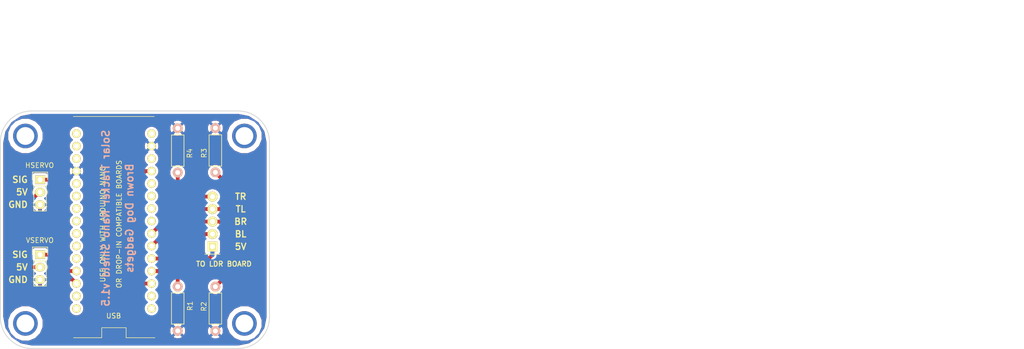
<source format=kicad_pcb>
(kicad_pcb (version 4) (host pcbnew 4.0.7-e2-6376~58~ubuntu16.04.1)

  (general
    (links 22)
    (no_connects 1)
    (area 11.923143 23.3934 222.753159 94.056201)
    (thickness 1.6)
    (drawings 34)
    (tracks 68)
    (zones 0)
    (modules 12)
    (nets 10)
  )

  (page USLetter)
  (title_block
    (title "Solar Tracker Arduino Nano Board")
    (date "12 Mar 2018")
    (rev "v1.5")
    (company "All rights reserved.")
    (comment 1 "help@browndoggadgets.com")
    (comment 2 "http://browndoggadgets.com/")
    (comment 3 "Brown Dog Gadgets")
  )

  (layers
    (0 F.Cu signal)
    (31 B.Cu signal)
    (34 B.Paste user)
    (35 F.Paste user)
    (36 B.SilkS user)
    (37 F.SilkS user)
    (38 B.Mask user)
    (39 F.Mask user)
    (40 Dwgs.User user)
    (44 Edge.Cuts user)
    (46 B.CrtYd user)
    (47 F.CrtYd user)
    (48 B.Fab user)
    (49 F.Fab user)
  )

  (setup
    (last_trace_width 0.254)
    (user_trace_width 0.1524)
    (user_trace_width 0.254)
    (user_trace_width 0.3302)
    (user_trace_width 0.508)
    (user_trace_width 0.762)
    (user_trace_width 1.27)
    (trace_clearance 0.254)
    (zone_clearance 0.508)
    (zone_45_only no)
    (trace_min 0.1524)
    (segment_width 0.1524)
    (edge_width 0.1524)
    (via_size 0.6858)
    (via_drill 0.3302)
    (via_min_size 0.6858)
    (via_min_drill 0.3302)
    (user_via 0.6858 0.3302)
    (user_via 0.762 0.4064)
    (user_via 0.8636 0.508)
    (uvia_size 0.6858)
    (uvia_drill 0.3302)
    (uvias_allowed no)
    (uvia_min_size 0)
    (uvia_min_drill 0)
    (pcb_text_width 0.1524)
    (pcb_text_size 1.016 1.016)
    (mod_edge_width 0.1524)
    (mod_text_size 1.016 1.016)
    (mod_text_width 0.1524)
    (pad_size 1.524 1.524)
    (pad_drill 0.762)
    (pad_to_mask_clearance 0.0762)
    (solder_mask_min_width 0.1016)
    (pad_to_paste_clearance -0.0762)
    (aux_axis_origin 0 0)
    (grid_origin 42.7228 77.47)
    (visible_elements FFFEDF7D)
    (pcbplotparams
      (layerselection 0x310fc_80000001)
      (usegerberextensions true)
      (excludeedgelayer true)
      (linewidth 0.100000)
      (plotframeref false)
      (viasonmask false)
      (mode 1)
      (useauxorigin false)
      (hpglpennumber 1)
      (hpglpenspeed 20)
      (hpglpendiameter 15)
      (hpglpenoverlay 2)
      (psnegative false)
      (psa4output false)
      (plotreference true)
      (plotvalue true)
      (plotinvisibletext false)
      (padsonsilk false)
      (subtractmaskfromsilk false)
      (outputformat 1)
      (mirror false)
      (drillshape 0)
      (scaleselection 1)
      (outputdirectory gerbers))
  )

  (net 0 "")
  (net 1 GND)
  (net 2 +5V)
  (net 3 /A0/BOTTOMLEFT)
  (net 4 /A1/BOTTOMRIGHT)
  (net 5 /A2/TOPLEFT)
  (net 6 /A3/TOPRIGHT)
  (net 7 /D9/HORIZONTAL_SERVO)
  (net 8 /D10/VERTICAL_SERVO)
  (net 9 "Net-(U1-PadRST)")

  (net_class Default "This is the default net class."
    (clearance 0.254)
    (trace_width 0.254)
    (via_dia 0.6858)
    (via_drill 0.3302)
    (uvia_dia 0.6858)
    (uvia_drill 0.3302)
    (add_net +5V)
    (add_net /A0/BOTTOMLEFT)
    (add_net /A1/BOTTOMRIGHT)
    (add_net /A2/TOPLEFT)
    (add_net /A3/TOPRIGHT)
    (add_net /D10/VERTICAL_SERVO)
    (add_net /D9/HORIZONTAL_SERVO)
    (add_net GND)
    (add_net "Net-(U1-PadRST)")
  )

  (module Crazy_NonLego:ARDUINO-NANO (layer F.Cu) (tedit 5AA6BF44) (tstamp 5AA6D68B)
    (at 38.3762 68.4069)
    (descr "8-lead dip package, row spacing 7.62 mm (300 mils)")
    (tags "dil dip 2.54 300")
    (path /5AA6C296)
    (fp_text reference U1 (at 0.4 1.5) (layer F.SilkS) hide
      (effects (font (size 1 1) (thickness 0.15)))
    )
    (fp_text value ARDUINO-NANO (at 0.4 1.5) (layer F.Fab) hide
      (effects (font (size 1 1) (thickness 0.15)))
    )
    (fp_text user USB (at -0.152 18.953) (layer F.SilkS)
      (effects (font (size 1 1) (thickness 0.15)))
    )
    (fp_line (start -8.313 -21.56) (end 8.103 -21.56) (layer F.SilkS) (width 0.127))
    (fp_text user "OR DROP-IN COMPATIBLE BOARDS" (at 0.958 0.3015 90) (layer F.SilkS)
      (effects (font (size 1 1) (thickness 0.15)))
    )
    (fp_text user "USE ONLY WITH ARDUINO NANO" (at -2.344 0.3015 90) (layer F.SilkS)
      (effects (font (size 1 1) (thickness 0.15)))
    )
    (fp_line (start 2.388 21.366) (end -2.565 21.366) (layer F.SilkS) (width 0.127))
    (fp_line (start 2.388 23.398) (end 2.387 21.3905) (layer F.SilkS) (width 0.127))
    (fp_text user "Arduino Nano" (at 0.356 -0.2987) (layer F.Fab)
      (effects (font (size 1 1) (thickness 0.15)))
    )
    (fp_line (start 2.388 23.398) (end 8.23 23.398) (layer F.SilkS) (width 0.127))
    (fp_line (start -2.565 23.3905) (end -2.565 21.3905) (layer F.SilkS) (width 0.127))
    (fp_line (start -8.28 23.398) (end -2.565 23.398) (layer F.SilkS) (width 0.127))
    (pad D13 thru_hole circle (at 7.547 17.4705 180) (size 1.7272 1.7272) (drill 1.016) (layers *.Cu *.Mask F.SilkS))
    (pad 3V3 thru_hole circle (at 7.547 14.9305 180) (size 1.7272 1.7272) (drill 1.016) (layers *.Cu *.Mask F.SilkS))
    (pad REF thru_hole circle (at 7.547 12.3905 180) (size 1.7272 1.7272) (drill 1.016) (layers *.Cu *.Mask F.SilkS)
      (net 2 +5V))
    (pad A0 thru_hole circle (at 7.547 9.8505 180) (size 1.7272 1.7272) (drill 1.016) (layers *.Cu *.Mask F.SilkS)
      (net 3 /A0/BOTTOMLEFT))
    (pad A1 thru_hole circle (at 7.547 7.3105 180) (size 1.7272 1.7272) (drill 1.016) (layers *.Cu *.Mask F.SilkS)
      (net 4 /A1/BOTTOMRIGHT))
    (pad A2 thru_hole circle (at 7.547 4.7705 180) (size 1.7272 1.7272) (drill 1.016) (layers *.Cu *.Mask F.SilkS)
      (net 5 /A2/TOPLEFT))
    (pad A3 thru_hole circle (at 7.547 2.2305 180) (size 1.7272 1.7272) (drill 1.016) (layers *.Cu *.Mask F.SilkS)
      (net 6 /A3/TOPRIGHT))
    (pad A4 thru_hole circle (at 7.547 -0.3095 180) (size 1.7272 1.7272) (drill 1.016) (layers *.Cu *.Mask F.SilkS))
    (pad A5 thru_hole circle (at 7.547 -2.8495 180) (size 1.7272 1.7272) (drill 1.016) (layers *.Cu *.Mask F.SilkS))
    (pad A6 thru_hole circle (at 7.547 -5.3895 180) (size 1.7272 1.7272) (drill 1.016) (layers *.Cu *.Mask F.SilkS))
    (pad A7 thru_hole circle (at 7.547 -7.9295 180) (size 1.7272 1.7272) (drill 1.016) (layers *.Cu *.Mask F.SilkS))
    (pad 5V thru_hole circle (at 7.547 -10.4695 180) (size 1.7272 1.7272) (drill 1.016) (layers *.Cu *.Mask F.SilkS)
      (net 2 +5V))
    (pad RST thru_hole circle (at 7.547 -13.0095 180) (size 1.7272 1.7272) (drill 1.016) (layers *.Cu *.Mask F.SilkS)
      (net 9 "Net-(U1-PadRST)"))
    (pad GND thru_hole circle (at 7.547 -15.5495 180) (size 1.7272 1.7272) (drill 1.016) (layers *.Cu *.Mask F.SilkS)
      (net 1 GND))
    (pad D0RX thru_hole circle (at -7.693 -15.5495 180) (size 1.7272 1.7272) (drill 1.016) (layers *.Cu *.Mask F.SilkS))
    (pad D2 thru_hole circle (at -7.693 -7.9295 180) (size 1.7272 1.7272) (drill 1.016) (layers *.Cu *.Mask F.SilkS))
    (pad D10 thru_hole circle (at -7.693 12.3905 180) (size 1.7272 1.7272) (drill 1.016) (layers *.Cu *.Mask F.SilkS)
      (net 8 /D10/VERTICAL_SERVO))
    (pad D4 thru_hole circle (at -7.693 -2.8495 180) (size 1.7272 1.7272) (drill 1.016) (layers *.Cu *.Mask F.SilkS))
    (pad D3 thru_hole circle (at -7.693 -5.3895 180) (size 1.7272 1.7272) (drill 1.016) (layers *.Cu *.Mask F.SilkS))
    (pad D11 thru_hole circle (at -7.693 14.9305 180) (size 1.7272 1.7272) (drill 1.016) (layers *.Cu *.Mask F.SilkS))
    (pad D8 thru_hole circle (at -7.693 7.3105 180) (size 1.7272 1.7272) (drill 1.016) (layers *.Cu *.Mask F.SilkS))
    (pad D12 thru_hole circle (at -7.693 17.4705 180) (size 1.7272 1.7272) (drill 1.016) (layers *.Cu *.Mask F.SilkS))
    (pad D7 thru_hole circle (at -7.693 4.7705 180) (size 1.7272 1.7272) (drill 1.016) (layers *.Cu *.Mask F.SilkS))
    (pad D6 thru_hole circle (at -7.693 2.2305 180) (size 1.7272 1.7272) (drill 1.016) (layers *.Cu *.Mask F.SilkS))
    (pad D5 thru_hole circle (at -7.693 -0.3095 180) (size 1.7272 1.7272) (drill 1.016) (layers *.Cu *.Mask F.SilkS))
    (pad D9 thru_hole circle (at -7.693 9.8505 180) (size 1.7272 1.7272) (drill 1.016) (layers *.Cu *.Mask F.SilkS)
      (net 7 /D9/HORIZONTAL_SERVO))
    (pad RST thru_hole circle (at -7.693 -13.0095 180) (size 1.7272 1.7272) (drill 1.016) (layers *.Cu *.Mask F.SilkS)
      (net 9 "Net-(U1-PadRST)"))
    (pad GND thru_hole circle (at -7.693 -10.4695 180) (size 1.7272 1.7272) (drill 1.016) (layers *.Cu *.Mask F.SilkS)
      (net 1 GND))
    (pad D1TX thru_hole circle (at -7.693 -18.0895 180) (size 1.7272 1.7272) (drill 1.016) (layers *.Cu *.Mask F.SilkS))
    (pad VIN thru_hole circle (at 7.547 -18.0895 180) (size 1.7272 1.7272) (drill 1.016) (layers *.Cu *.Mask F.SilkS))
  )

  (module Wickerlib:HOLE-PLATED-3.6MM (layer F.Cu) (tedit 5AB12F24) (tstamp 5AB1DEA2)
    (at 64.77 50.8)
    (fp_text reference M3 (at 0 0) (layer F.Fab)
      (effects (font (size 1 1) (thickness 0.15)))
    )
    (fp_text value HOLE-PLATED-3.6MM (at 0 -0.5) (layer F.Fab) hide
      (effects (font (size 1 1) (thickness 0.15)))
    )
    (fp_circle (center 0 0) (end 2.54 1.27) (layer F.Fab) (width 0.04064))
    (pad 1 thru_hole circle (at 0 0) (size 5 5) (drill 3.6) (layers *.Cu)
      (clearance 1))
  )

  (module Wickerlib:HOLE-PLATED-3.6MM (layer F.Cu) (tedit 5AB12F1F) (tstamp 5AB1DEAC)
    (at 20.32 88.9)
    (fp_text reference M3 (at 0 0) (layer F.Fab)
      (effects (font (size 1 1) (thickness 0.15)))
    )
    (fp_text value HOLE-PLATED-3.6MM (at 0 -0.5) (layer F.Fab) hide
      (effects (font (size 1 1) (thickness 0.15)))
    )
    (fp_circle (center 0 0) (end 2.54 1.27) (layer F.Fab) (width 0.04064))
    (pad 1 thru_hole circle (at 0 0) (size 5 5) (drill 3.6) (layers *.Cu)
      (clearance 1))
  )

  (module Wickerlib:HOLE-PLATED-3.6MM (layer F.Cu) (tedit 5AB12F29) (tstamp 5AB1DEA7)
    (at 64.77 88.9)
    (fp_text reference M3 (at 0 0) (layer F.Fab)
      (effects (font (size 1 1) (thickness 0.15)))
    )
    (fp_text value HOLE-PLATED-3.6MM (at 0 -0.5) (layer F.Fab) hide
      (effects (font (size 1 1) (thickness 0.15)))
    )
    (fp_circle (center 0 0) (end 2.54 1.27) (layer F.Fab) (width 0.04064))
    (pad 1 thru_hole circle (at 0 0) (size 5 5) (drill 3.6) (layers *.Cu)
      (clearance 1))
  )

  (module Wickerlib:CONN-HEADER-STRAIGHT-P2.54MM-1x03 (layer F.Cu) (tedit 5910DA14) (tstamp 57D617B5)
    (at 23.2918 74.93)
    (descr "Through hole pin header")
    (tags "pin header")
    (path /57CF461B)
    (fp_text reference J2 (at 0 2.794) (layer F.Fab)
      (effects (font (size 1 1) (thickness 0.15)))
    )
    (fp_text value SERVO (at 0 2.794 90) (layer F.CrtYd)
      (effects (font (size 1 1) (thickness 0.15)))
    )
    (fp_text user VSERVO (at -0.0508 -2.921) (layer F.SilkS)
      (effects (font (size 1 1) (thickness 0.15)))
    )
    (fp_line (start -1.778 6.858) (end -1.778 -1.778) (layer F.Fab) (width 0.05))
    (fp_line (start 1.778 6.858) (end -1.778 6.858) (layer F.Fab) (width 0.05))
    (fp_line (start 1.778 -1.778) (end 1.778 6.858) (layer F.Fab) (width 0.05))
    (fp_line (start -1.778 -1.778) (end 1.778 -1.778) (layer F.Fab) (width 0.05))
    (fp_line (start -1.75 -1.75) (end -1.75 6.85) (layer F.CrtYd) (width 0.05))
    (fp_line (start 1.75 -1.75) (end 1.75 6.85) (layer F.CrtYd) (width 0.05))
    (fp_line (start -1.75 -1.75) (end 1.75 -1.75) (layer F.CrtYd) (width 0.05))
    (fp_line (start -1.75 6.85) (end 1.75 6.85) (layer F.CrtYd) (width 0.05))
    (fp_line (start -1.27 1.27) (end -1.27 6.35) (layer F.SilkS) (width 0.15))
    (fp_line (start -1.27 6.35) (end 1.27 6.35) (layer F.SilkS) (width 0.15))
    (fp_line (start 1.27 6.35) (end 1.27 1.27) (layer F.SilkS) (width 0.15))
    (fp_line (start 1.55 -1.55) (end 1.55 0) (layer F.SilkS) (width 0.15))
    (fp_line (start 1.27 1.27) (end -1.27 1.27) (layer F.SilkS) (width 0.15))
    (fp_line (start -1.55 0) (end -1.55 -1.55) (layer F.SilkS) (width 0.15))
    (fp_line (start -1.55 -1.55) (end 1.55 -1.55) (layer F.SilkS) (width 0.15))
    (pad 1 thru_hole rect (at 0 0) (size 2.032 1.7272) (drill 1.016) (layers *.Cu *.Mask F.SilkS)
      (net 8 /D10/VERTICAL_SERVO))
    (pad 2 thru_hole oval (at 0 2.54) (size 2.032 1.7272) (drill 1.016) (layers *.Cu *.Mask F.SilkS)
      (net 2 +5V))
    (pad 3 thru_hole oval (at 0 5.08) (size 2.032 1.7272) (drill 1.016) (layers *.Cu *.Mask F.SilkS)
      (net 1 GND))
  )

  (module Wickerlib:CONN-HEADER-STRAIGHT-P2.54MM-1x03 (layer F.Cu) (tedit 5910DA10) (tstamp 57D617AE)
    (at 23.2918 59.69)
    (descr "Through hole pin header")
    (tags "pin header")
    (path /57CF459B)
    (fp_text reference J1 (at 0 2.794) (layer F.Fab)
      (effects (font (size 1 1) (thickness 0.15)))
    )
    (fp_text value SERVO (at 0 2.794 90) (layer F.CrtYd)
      (effects (font (size 1 1) (thickness 0.15)))
    )
    (fp_text user HSERVO (at -0.1016 -2.921) (layer F.SilkS)
      (effects (font (size 1 1) (thickness 0.15)))
    )
    (fp_line (start -1.778 6.858) (end -1.778 -1.778) (layer F.Fab) (width 0.05))
    (fp_line (start 1.778 6.858) (end -1.778 6.858) (layer F.Fab) (width 0.05))
    (fp_line (start 1.778 -1.778) (end 1.778 6.858) (layer F.Fab) (width 0.05))
    (fp_line (start -1.778 -1.778) (end 1.778 -1.778) (layer F.Fab) (width 0.05))
    (fp_line (start -1.75 -1.75) (end -1.75 6.85) (layer F.CrtYd) (width 0.05))
    (fp_line (start 1.75 -1.75) (end 1.75 6.85) (layer F.CrtYd) (width 0.05))
    (fp_line (start -1.75 -1.75) (end 1.75 -1.75) (layer F.CrtYd) (width 0.05))
    (fp_line (start -1.75 6.85) (end 1.75 6.85) (layer F.CrtYd) (width 0.05))
    (fp_line (start -1.27 1.27) (end -1.27 6.35) (layer F.SilkS) (width 0.15))
    (fp_line (start -1.27 6.35) (end 1.27 6.35) (layer F.SilkS) (width 0.15))
    (fp_line (start 1.27 6.35) (end 1.27 1.27) (layer F.SilkS) (width 0.15))
    (fp_line (start 1.55 -1.55) (end 1.55 0) (layer F.SilkS) (width 0.15))
    (fp_line (start 1.27 1.27) (end -1.27 1.27) (layer F.SilkS) (width 0.15))
    (fp_line (start -1.55 0) (end -1.55 -1.55) (layer F.SilkS) (width 0.15))
    (fp_line (start -1.55 -1.55) (end 1.55 -1.55) (layer F.SilkS) (width 0.15))
    (pad 1 thru_hole rect (at 0 0) (size 2.032 1.7272) (drill 1.016) (layers *.Cu *.Mask F.SilkS)
      (net 7 /D9/HORIZONTAL_SERVO))
    (pad 2 thru_hole oval (at 0 2.54) (size 2.032 1.7272) (drill 1.016) (layers *.Cu *.Mask F.SilkS)
      (net 2 +5V))
    (pad 3 thru_hole oval (at 0 5.08) (size 2.032 1.7272) (drill 1.016) (layers *.Cu *.Mask F.SilkS)
      (net 1 GND))
  )

  (module Wickerlib:CONN-ONSHORE-SCREW-GREEN-5PIN-TH (layer F.Cu) (tedit 5910DA02) (tstamp 57D62735)
    (at 58.293 73.279 180)
    (descr "Through hole pin header")
    (tags "pin header")
    (path /57D62907)
    (fp_text reference J3 (at 0 2.54 180) (layer F.Fab)
      (effects (font (size 1 1) (thickness 0.15)))
    )
    (fp_text value "TO LDR BOARD" (at 2.286 3.302 270) (layer F.Fab) hide
      (effects (font (size 1 1) (thickness 0.15)))
    )
    (fp_circle (center 0 0) (end 0 0.254) (layer F.Fab) (width 0.2))
    (fp_text user "TO LDR BOARD" (at -2.3114 -3.5306 360) (layer F.SilkS)
      (effects (font (size 1.016 1.016) (thickness 0.2032)))
    )
    (fp_line (start -3.33 -1.75) (end -3.33 11.76) (layer F.CrtYd) (width 0.05))
    (fp_line (start 3.33 -1.75) (end 3.33 11.76) (layer F.CrtYd) (width 0.05))
    (fp_line (start -3.3 -1.75) (end 3.3 -1.75) (layer F.CrtYd) (width 0.05))
    (fp_line (start -3.3 11.76) (end 3.3 11.76) (layer F.CrtYd) (width 0.05))
    (fp_line (start -1.55 -1.55) (end 1.55 -1.55) (layer F.SilkS) (width 0.15))
    (fp_line (start 3.33 -1.75) (end 3.33 11.76) (layer F.Fab) (width 0.05))
    (fp_line (start -3.3 -1.75) (end 3.3 -1.75) (layer F.Fab) (width 0.05))
    (fp_line (start -3.33 -1.75) (end -3.33 11.76) (layer F.Fab) (width 0.05))
    (fp_line (start -3.3 11.76) (end 3.3 11.76) (layer F.Fab) (width 0.05))
    (pad 1 thru_hole rect (at 0 0 180) (size 2.032 2.032) (drill 1.016) (layers *.Cu *.Mask F.SilkS)
      (net 2 +5V))
    (pad 2 thru_hole oval (at 0 2.54 180) (size 2.032 2.032) (drill 1.016) (layers *.Cu *.Mask F.SilkS)
      (net 3 /A0/BOTTOMLEFT))
    (pad 3 thru_hole oval (at 0 5.08 180) (size 2.032 2.032) (drill 1.016) (layers *.Cu *.Mask F.SilkS)
      (net 4 /A1/BOTTOMRIGHT))
    (pad 4 thru_hole oval (at 0 7.62 180) (size 2.032 2.032) (drill 1.016) (layers *.Cu *.Mask F.SilkS)
      (net 5 /A2/TOPLEFT))
    (pad 5 thru_hole oval (at 0 10.16 180) (size 2.032 2.032) (drill 1.016) (layers *.Cu *.Mask F.SilkS)
      (net 6 /A3/TOPRIGHT))
  )

  (module Wickerlib:RES-CARBONFILM-7MM (layer F.Cu) (tedit 5860127D) (tstamp 57D617D7)
    (at 51.2318 58.2252 90)
    (descr "Resistor, Axial,  RM 7.62mm, 1/3W,")
    (tags "Resistor Axial RM 7.62mm 1/3W R3")
    (path /57D2C3C8)
    (fp_text reference R4 (at 3.8 0 90) (layer F.Fab)
      (effects (font (size 1 1) (thickness 0.15)))
    )
    (fp_text value 10K (at 3.81 3.81 90) (layer F.Fab) hide
      (effects (font (size 1 1) (thickness 0.15)))
    )
    (fp_text user %R (at 3.9 2.4384 90) (layer F.SilkS)
      (effects (font (size 1 1) (thickness 0.15)))
    )
    (fp_line (start 10.414 -1.524) (end -1.27 -1.524) (layer F.Fab) (width 0.0508))
    (fp_line (start 10.414 1.5) (end 10.414 -1.5) (layer F.Fab) (width 0.0508))
    (fp_line (start -1.27 1.524) (end 10.414 1.524) (layer F.Fab) (width 0.0508))
    (fp_line (start -1.27 -1.524) (end -1.27 1.524) (layer F.Fab) (width 0.0508))
    (fp_line (start 1.27 -1.27) (end 7.62 -1.27) (layer F.SilkS) (width 0.15))
    (fp_line (start 7.62 -1.27) (end 7.62 1.27) (layer F.SilkS) (width 0.15))
    (fp_line (start 7.62 1.27) (end 1.27 1.27) (layer F.SilkS) (width 0.15))
    (fp_line (start 1.27 1.27) (end 1.27 -1.27) (layer F.SilkS) (width 0.15))
    (pad 1 thru_hole circle (at 0 0 90) (size 1.99898 1.99898) (drill 1.00076) (layers *.Cu *.SilkS *.Mask)
      (net 6 /A3/TOPRIGHT))
    (pad 2 thru_hole circle (at 9 0 90) (size 1.99898 1.99898) (drill 1.00076) (layers *.Cu *.SilkS *.Mask)
      (net 1 GND))
  )

  (module Wickerlib:RES-CARBONFILM-7MM (layer F.Cu) (tedit 5860127D) (tstamp 57D617E3)
    (at 58.8772 81.4324 270)
    (descr "Resistor, Axial,  RM 7.62mm, 1/3W,")
    (tags "Resistor Axial RM 7.62mm 1/3W R3")
    (path /57D2C330)
    (fp_text reference R2 (at 3.8 0 270) (layer F.Fab)
      (effects (font (size 1 1) (thickness 0.15)))
    )
    (fp_text value 10K (at 3.81 3.81 270) (layer F.Fab) hide
      (effects (font (size 1 1) (thickness 0.15)))
    )
    (fp_text user %R (at 4.0386 2.3368 270) (layer F.SilkS)
      (effects (font (size 1 1) (thickness 0.15)))
    )
    (fp_line (start 10.414 -1.524) (end -1.27 -1.524) (layer F.Fab) (width 0.0508))
    (fp_line (start 10.414 1.5) (end 10.414 -1.5) (layer F.Fab) (width 0.0508))
    (fp_line (start -1.27 1.524) (end 10.414 1.524) (layer F.Fab) (width 0.0508))
    (fp_line (start -1.27 -1.524) (end -1.27 1.524) (layer F.Fab) (width 0.0508))
    (fp_line (start 1.27 -1.27) (end 7.62 -1.27) (layer F.SilkS) (width 0.15))
    (fp_line (start 7.62 -1.27) (end 7.62 1.27) (layer F.SilkS) (width 0.15))
    (fp_line (start 7.62 1.27) (end 1.27 1.27) (layer F.SilkS) (width 0.15))
    (fp_line (start 1.27 1.27) (end 1.27 -1.27) (layer F.SilkS) (width 0.15))
    (pad 1 thru_hole circle (at 0 0 270) (size 1.99898 1.99898) (drill 1.00076) (layers *.Cu *.SilkS *.Mask)
      (net 4 /A1/BOTTOMRIGHT))
    (pad 2 thru_hole circle (at 9 0 270) (size 1.99898 1.99898) (drill 1.00076) (layers *.Cu *.SilkS *.Mask)
      (net 1 GND))
  )

  (module Wickerlib:RES-CARBONFILM-7MM (layer F.Cu) (tedit 5860127D) (tstamp 57D617EF)
    (at 58.877 58.1914 90)
    (descr "Resistor, Axial,  RM 7.62mm, 1/3W,")
    (tags "Resistor Axial RM 7.62mm 1/3W R3")
    (path /57D2C491)
    (fp_text reference R3 (at 3.8 0 90) (layer F.Fab)
      (effects (font (size 1 1) (thickness 0.15)))
    )
    (fp_text value 10K (at 3.81 3.81 90) (layer F.Fab) hide
      (effects (font (size 1 1) (thickness 0.15)))
    )
    (fp_text user %R (at 3.9 -2.3 90) (layer F.SilkS)
      (effects (font (size 1 1) (thickness 0.15)))
    )
    (fp_line (start 10.414 -1.524) (end -1.27 -1.524) (layer F.Fab) (width 0.0508))
    (fp_line (start 10.414 1.5) (end 10.414 -1.5) (layer F.Fab) (width 0.0508))
    (fp_line (start -1.27 1.524) (end 10.414 1.524) (layer F.Fab) (width 0.0508))
    (fp_line (start -1.27 -1.524) (end -1.27 1.524) (layer F.Fab) (width 0.0508))
    (fp_line (start 1.27 -1.27) (end 7.62 -1.27) (layer F.SilkS) (width 0.15))
    (fp_line (start 7.62 -1.27) (end 7.62 1.27) (layer F.SilkS) (width 0.15))
    (fp_line (start 7.62 1.27) (end 1.27 1.27) (layer F.SilkS) (width 0.15))
    (fp_line (start 1.27 1.27) (end 1.27 -1.27) (layer F.SilkS) (width 0.15))
    (pad 1 thru_hole circle (at 0 0 90) (size 1.99898 1.99898) (drill 1.00076) (layers *.Cu *.SilkS *.Mask)
      (net 5 /A2/TOPLEFT))
    (pad 2 thru_hole circle (at 9 0 90) (size 1.99898 1.99898) (drill 1.00076) (layers *.Cu *.SilkS *.Mask)
      (net 1 GND))
  )

  (module Wickerlib:RES-CARBONFILM-7MM (layer F.Cu) (tedit 5860127D) (tstamp 57D617CB)
    (at 51.2318 81.407 270)
    (descr "Resistor, Axial,  RM 7.62mm, 1/3W,")
    (tags "Resistor Axial RM 7.62mm 1/3W R3")
    (path /57D2C27B)
    (fp_text reference R1 (at 3.8 0 270) (layer F.Fab)
      (effects (font (size 1 1) (thickness 0.15)))
    )
    (fp_text value 10K (at 3.81 3.81 270) (layer F.Fab) hide
      (effects (font (size 1 1) (thickness 0.15)))
    )
    (fp_text user %R (at 3.937 -2.5146 270) (layer F.SilkS)
      (effects (font (size 1 1) (thickness 0.15)))
    )
    (fp_line (start 10.414 -1.524) (end -1.27 -1.524) (layer F.Fab) (width 0.0508))
    (fp_line (start 10.414 1.5) (end 10.414 -1.5) (layer F.Fab) (width 0.0508))
    (fp_line (start -1.27 1.524) (end 10.414 1.524) (layer F.Fab) (width 0.0508))
    (fp_line (start -1.27 -1.524) (end -1.27 1.524) (layer F.Fab) (width 0.0508))
    (fp_line (start 1.27 -1.27) (end 7.62 -1.27) (layer F.SilkS) (width 0.15))
    (fp_line (start 7.62 -1.27) (end 7.62 1.27) (layer F.SilkS) (width 0.15))
    (fp_line (start 7.62 1.27) (end 1.27 1.27) (layer F.SilkS) (width 0.15))
    (fp_line (start 1.27 1.27) (end 1.27 -1.27) (layer F.SilkS) (width 0.15))
    (pad 1 thru_hole circle (at 0 0 270) (size 1.99898 1.99898) (drill 1.00076) (layers *.Cu *.SilkS *.Mask)
      (net 3 /A0/BOTTOMLEFT))
    (pad 2 thru_hole circle (at 9 0 270) (size 1.99898 1.99898) (drill 1.00076) (layers *.Cu *.SilkS *.Mask)
      (net 1 GND))
  )

  (module Wickerlib:HOLE-PLATED-3.6MM (layer F.Cu) (tedit 5AB12F1B) (tstamp 5AB1DE9A)
    (at 20.32 50.8)
    (fp_text reference M3 (at 0 0) (layer F.Fab)
      (effects (font (size 1 1) (thickness 0.15)))
    )
    (fp_text value HOLE-PLATED-3.6MM (at 0 -0.5) (layer F.Fab) hide
      (effects (font (size 1 1) (thickness 0.15)))
    )
    (fp_circle (center 0 0) (end 2.54 1.27) (layer F.Fab) (width 0.04064))
    (pad 1 thru_hole circle (at 0 0) (size 5 5) (drill 3.6) (layers *.Cu)
      (clearance 1))
  )

  (gr_line (start 28.7528 87.63) (end 28.7528 48.26) (layer F.Fab) (width 0.1524))
  (gr_line (start 29.3878 87.63) (end 28.7528 87.63) (layer F.Fab) (width 0.1524))
  (gr_line (start 47.8028 87.63) (end 29.3878 87.63) (layer F.Fab) (width 0.1524))
  (gr_line (start 47.8028 48.26) (end 47.8028 87.63) (layer F.Fab) (width 0.1524))
  (gr_line (start 28.7528 48.26) (end 47.8028 48.26) (layer F.Fab) (width 0.1524))
  (gr_line (start 44.6278 86.995) (end 44.6278 48.895) (layer F.Fab) (width 0.1524))
  (gr_line (start 47.1678 86.995) (end 44.6278 86.995) (layer F.Fab) (width 0.1524))
  (gr_line (start 47.1678 48.895) (end 47.1678 86.995) (layer F.Fab) (width 0.1524))
  (gr_line (start 44.6278 48.895) (end 47.1678 48.895) (layer F.Fab) (width 0.1524))
  (gr_line (start 29.3878 86.995) (end 29.3878 48.895) (layer F.Fab) (width 0.1524))
  (gr_line (start 31.9278 86.995) (end 29.3878 86.995) (layer F.Fab) (width 0.1524))
  (gr_line (start 31.9278 48.895) (end 31.9278 86.995) (layer F.Fab) (width 0.1524))
  (gr_line (start 29.3878 48.895) (end 31.9278 48.895) (layer F.Fab) (width 0.1524))
  (gr_arc (start 63.5 87.63) (end 69.85 87.63) (angle 90) (layer Edge.Cuts) (width 0.1524) (tstamp 5AB184CE))
  (gr_line (start 63.5 93.98) (end 21.59 93.98) (layer Edge.Cuts) (width 0.1524) (tstamp 5AB184CD))
  (gr_line (start 21.59 45.72) (end 63.5 45.72) (layer Edge.Cuts) (width 0.1524) (tstamp 5AB184C6))
  (gr_arc (start 21.59 52.07) (end 15.24 52.07) (angle 90) (layer Edge.Cuts) (width 0.1524) (tstamp 5AB184C5))
  (gr_line (start 15.24 87.63) (end 15.24 52.07) (layer Edge.Cuts) (width 0.1524) (tstamp 5AB184C4))
  (gr_arc (start 21.59 87.63) (end 21.59 93.98) (angle 90) (layer Edge.Cuts) (width 0.1524) (tstamp 5AB184C3))
  (gr_line (start 69.85 52.07) (end 69.85 87.63) (layer Edge.Cuts) (width 0.1524))
  (gr_arc (start 63.5 52.07) (end 63.5 45.72) (angle 90) (layer Edge.Cuts) (width 0.1524))
  (gr_text "Solar Tracker Nano Shield v1.5\n\nBrown Dog Gadgets" (at 39.0398 67.5132 90) (layer B.SilkS)
    (effects (font (size 1.5 1.5) (thickness 0.3)) (justify mirror))
  )
  (gr_text BL (at 64.008 70.739) (layer F.SilkS) (tstamp 57D6274E)
    (effects (font (size 1.27 1.27) (thickness 0.254)))
  )
  (gr_text TR (at 64.008 63.119) (layer F.SilkS) (tstamp 57D6274D)
    (effects (font (size 1.27 1.27) (thickness 0.254)))
  )
  (gr_text TL (at 64.008 65.659) (layer F.SilkS) (tstamp 57D6274C)
    (effects (font (size 1.27 1.27) (thickness 0.254)))
  )
  (gr_text BR (at 64.008 68.199) (layer F.SilkS) (tstamp 57D6274B)
    (effects (font (size 1.27 1.27) (thickness 0.254)))
  )
  (gr_text 5V (at 64.008 73.279) (layer F.SilkS) (tstamp 57D6274A)
    (effects (font (size 1.27 1.27) (thickness 0.254)))
  )
  (gr_text GND (at 18.826238 80.01) (layer F.SilkS) (tstamp 57D619B6)
    (effects (font (size 1.27 1.27) (thickness 0.254)))
  )
  (gr_text 5V (at 19.612428 77.47) (layer F.SilkS) (tstamp 57D619B5)
    (effects (font (size 1.27 1.27) (thickness 0.254)))
  )
  (gr_text GND (at 18.826238 64.7446) (layer F.SilkS) (tstamp 57D61989)
    (effects (font (size 1.27 1.27) (thickness 0.254)))
  )
  (gr_text 5V (at 19.612428 62.2046) (layer F.SilkS) (tstamp 57D61988)
    (effects (font (size 1.27 1.27) (thickness 0.254)))
  )
  (gr_text SIG (at 19.219333 59.6646) (layer F.SilkS) (tstamp 57D61987)
    (effects (font (size 1.27 1.27) (thickness 0.254)))
  )
  (gr_text SIG (at 19.219333 74.9046) (layer F.SilkS)
    (effects (font (size 1.27 1.27) (thickness 0.254)))
  )
  (gr_text "FABRICATION NOTES\n\n1. THIS IS A 2 LAYER BOARD. \n2. EXTERNAL LAYERS SHALL HAVE 1 OZ COPPER.\n3. MATERIAL: FR4 AND 0.062 INCH +/- 10% THICK.\n4. BOARDS SHALL BE ROHS COMPLIANT. \n5. MANUFACTURE IN ACCORDANCE WITH IPC-6012 CLASS 2\n6. MASK: BOTH SIDES OF THE BOARD SHALL HAVE \n   SOLDER MASK (ANY COLOR) OVER BARE COPPER. \n7. SILK: BOTH SIDES OF THE BOARD SHALL HAVE \n   WHITE SILKSCREEN. DO NOT PLACE SILK OVER BARE COPPER.\n8. FINISH: ENIG.\n9. MINIMUM TRACE WIDTH - 0.006 INCH.\n   MINIMUM SPACE - 0.006 INCH.\n   MINIMUM HOLE DIA - 0.013 INCH. \n10. MAX HOLE PLACEMENT TOLERANCE OF +/- 0.003 INCH.\n11. MAX HOLE DIAMETER TOLERANCE OF +/- 0.003 INCH AFTER PLATING." (at 79.9084 57.8104) (layer Dwgs.User)
    (effects (font (size 2.54 2.54) (thickness 0.254)) (justify left))
  )

  (segment (start 23.2918 64.77) (end 23.2918 66.8782) (width 0.762) (layer F.Cu) (net 1))
  (segment (start 23.2918 80.01) (end 23.2918 83.3882) (width 0.762) (layer F.Cu) (net 1))
  (segment (start 20.32 76.2762) (end 20.32 77.4192) (width 0.762) (layer F.Cu) (net 2))
  (segment (start 23.2918 77.47) (end 20.3708 77.47) (width 0.762) (layer F.Cu) (net 2))
  (segment (start 20.32 77.4192) (end 20.32 81.9404) (width 0.762) (layer F.Cu) (net 2))
  (segment (start 20.3708 77.47) (end 20.32 77.4192) (width 0.762) (layer F.Cu) (net 2))
  (segment (start 42.6974 59.941886) (end 42.6974 80.7466) (width 0.762) (layer F.Cu) (net 2))
  (segment (start 45.9232 80.7974) (end 42.7482 80.7974) (width 0.762) (layer F.Cu) (net 2))
  (segment (start 42.7482 80.7974) (end 42.6974 80.7466) (width 0.762) (layer F.Cu) (net 2))
  (segment (start 42.6974 80.7466) (end 42.6974 82.2706) (width 0.762) (layer F.Cu) (net 2))
  (segment (start 45.9232 57.9374) (end 44.701886 57.9374) (width 0.762) (layer F.Cu) (net 2))
  (segment (start 44.701886 57.9374) (end 42.6974 59.941886) (width 0.762) (layer F.Cu) (net 2))
  (segment (start 42.6974 82.2706) (end 42.6974 89.8906) (width 0.762) (layer F.Cu) (net 2))
  (segment (start 55.0926 78.6384) (end 55.0926 82.2706) (width 0.762) (layer F.Cu) (net 2))
  (segment (start 55.0926 82.2706) (end 55.1434 82.3214) (width 0.762) (layer F.Cu) (net 2))
  (segment (start 55.1434 78.2066) (end 55.1434 78.6892) (width 0.762) (layer F.Cu) (net 2))
  (segment (start 55.1434 78.6892) (end 55.1434 82.3214) (width 0.762) (layer F.Cu) (net 2))
  (segment (start 55.0926 78.1558) (end 55.0926 78.6384) (width 0.762) (layer F.Cu) (net 2))
  (segment (start 55.0926 78.6384) (end 55.1434 78.6892) (width 0.762) (layer F.Cu) (net 2))
  (segment (start 34.9504 89.9414) (end 43.2054 89.9414) (width 0.762) (layer F.Cu) (net 2))
  (segment (start 20.32 81.9404) (end 28.321 89.9414) (width 0.762) (layer F.Cu) (net 2))
  (segment (start 34.9504 89.9414) (end 28.321 89.9414) (width 0.762) (layer F.Cu) (net 2))
  (segment (start 58.2422 75.0062) (end 55.0926 78.1558) (width 0.762) (layer F.Cu) (net 2) (tstamp 5AB1DF03))
  (segment (start 58.2422 73.2282) (end 58.2422 75.0062) (width 0.762) (layer B.Cu) (net 2) (tstamp 5AB1DF02))
  (segment (start 47.5234 89.9414) (end 42.7482 89.9414) (width 0.762) (layer F.Cu) (net 2))
  (segment (start 42.7482 89.9414) (end 34.9504 89.9414) (width 0.762) (layer F.Cu) (net 2))
  (segment (start 55.1434 82.3214) (end 47.5234 89.9414) (width 0.762) (layer F.Cu) (net 2))
  (segment (start 58.293 73.279) (end 58.293 75.057) (width 0.762) (layer F.Cu) (net 2))
  (segment (start 20.32 65.0494) (end 20.32 76.2762) (width 0.762) (layer F.Cu) (net 2))
  (segment (start 23.2918 62.23) (end 23.1394 62.23) (width 0.762) (layer F.Cu) (net 2))
  (segment (start 23.1394 62.23) (end 20.32 65.0494) (width 0.762) (layer F.Cu) (net 2))
  (segment (start 51.2318 76.36336) (end 51.2318 78.232) (width 0.762) (layer F.Cu) (net 3))
  (segment (start 51.2318 78.232) (end 51.2318 79.993508) (width 0.762) (layer F.Cu) (net 3))
  (segment (start 45.9232 78.2574) (end 47.144514 78.2574) (width 0.762) (layer F.Cu) (net 3))
  (segment (start 47.169914 78.232) (end 51.2318 78.232) (width 0.762) (layer F.Cu) (net 3))
  (segment (start 47.144514 78.2574) (end 47.169914 78.232) (width 0.762) (layer F.Cu) (net 3))
  (segment (start 58.293 70.739) (end 56.85616 70.739) (width 0.762) (layer F.Cu) (net 3))
  (segment (start 56.85616 70.739) (end 51.2318 76.36336) (width 0.762) (layer F.Cu) (net 3))
  (segment (start 51.2318 79.993508) (end 51.2318 81.407) (width 0.762) (layer F.Cu) (net 3))
  (segment (start 48.133 75.7174) (end 55.6514 68.199) (width 0.762) (layer F.Cu) (net 4))
  (segment (start 55.6514 68.199) (end 58.293 68.199) (width 0.762) (layer F.Cu) (net 4))
  (segment (start 45.9232 75.7174) (end 48.133 75.7174) (width 0.762) (layer F.Cu) (net 4))
  (segment (start 61.1378 69.60696) (end 61.1378 79.1718) (width 0.762) (layer F.Cu) (net 4))
  (segment (start 61.1378 79.1718) (end 58.8772 81.4324) (width 0.762) (layer F.Cu) (net 4))
  (segment (start 58.293 68.199) (end 59.72984 68.199) (width 0.762) (layer F.Cu) (net 4))
  (segment (start 59.72984 68.199) (end 61.1378 69.60696) (width 0.762) (layer F.Cu) (net 4))
  (segment (start 45.9232 73.1774) (end 53.4416 65.659) (width 0.762) (layer F.Cu) (net 5))
  (segment (start 53.4416 65.659) (end 58.293 65.659) (width 0.762) (layer F.Cu) (net 5))
  (segment (start 60.833 64.55584) (end 60.833 60.1474) (width 0.762) (layer F.Cu) (net 5))
  (segment (start 60.833 60.1474) (end 58.877 58.1914) (width 0.762) (layer F.Cu) (net 5))
  (segment (start 58.293 65.659) (end 59.72984 65.659) (width 0.762) (layer F.Cu) (net 5))
  (segment (start 59.72984 65.659) (end 60.833 64.55584) (width 0.762) (layer F.Cu) (net 5))
  (segment (start 51.2318 65.3288) (end 51.2318 63.1698) (width 0.762) (layer F.Cu) (net 6))
  (segment (start 51.2318 63.1698) (end 51.2318 58.2252) (width 0.762) (layer F.Cu) (net 6))
  (segment (start 58.293 63.119) (end 51.2826 63.119) (width 0.762) (layer F.Cu) (net 6))
  (segment (start 51.2826 63.119) (end 51.2318 63.1698) (width 0.762) (layer F.Cu) (net 6))
  (segment (start 45.9232 70.6374) (end 51.2318 65.3288) (width 0.762) (layer F.Cu) (net 6))
  (segment (start 23.2918 59.69) (end 25.0698 59.69) (width 0.762) (layer F.Cu) (net 7))
  (segment (start 25.0698 59.69) (end 27.94 62.5602) (width 0.762) (layer F.Cu) (net 7))
  (segment (start 28.7274 78.2574) (end 30.6832 78.2574) (width 0.762) (layer F.Cu) (net 7))
  (segment (start 27.94 62.5602) (end 27.94 77.47) (width 0.762) (layer F.Cu) (net 7))
  (segment (start 27.94 77.47) (end 28.7274 78.2574) (width 0.762) (layer F.Cu) (net 7))
  (segment (start 30.6832 80.7974) (end 29.819601 79.933801) (width 0.762) (layer F.Cu) (net 8))
  (segment (start 29.819601 79.933801) (end 27.863801 79.933801) (width 0.762) (layer F.Cu) (net 8))
  (segment (start 27.863801 79.933801) (end 26.67 78.74) (width 0.762) (layer F.Cu) (net 8))
  (segment (start 26.67 78.74) (end 26.67 76.2) (width 0.762) (layer F.Cu) (net 8))
  (segment (start 26.67 76.2) (end 25.4 74.93) (width 0.762) (layer F.Cu) (net 8))
  (segment (start 25.4 74.93) (end 23.2918 74.93) (width 0.762) (layer F.Cu) (net 8))

  (zone (net 1) (net_name GND) (layer F.Cu) (tstamp 0) (hatch edge 0.508)
    (connect_pads (clearance 0.508))
    (min_thickness 0.254)
    (fill yes (arc_segments 16) (thermal_gap 0.508) (thermal_bridge_width 0.508))
    (polygon
      (pts
        (xy 15.24 45.72) (xy 15.24 93.98) (xy 69.85 93.98) (xy 69.85 45.72)
      )
    )
    (filled_polygon
      (pts
        (xy 65.652543 46.8733) (xy 67.477381 48.092618) (xy 68.6967 49.917458) (xy 69.1388 52.140049) (xy 69.1388 87.559951)
        (xy 68.6967 89.782542) (xy 67.477381 91.607382) (xy 65.652543 92.8267) (xy 63.429956 93.2688) (xy 21.660049 93.2688)
        (xy 19.437458 92.8267) (xy 17.612618 91.607381) (xy 16.3933 89.782543) (xy 16.360629 89.61829) (xy 16.692372 89.61829)
        (xy 17.243386 90.951846) (xy 18.262787 91.973028) (xy 19.59538 92.526369) (xy 21.03829 92.527628) (xy 22.371846 91.976614)
        (xy 22.790026 91.559163) (xy 50.259243 91.559163) (xy 50.357842 91.825965) (xy 50.967382 92.052401) (xy 51.617177 92.028341)
        (xy 52.105758 91.825965) (xy 52.19497 91.584563) (xy 57.904643 91.584563) (xy 58.003242 91.851365) (xy 58.612782 92.077801)
        (xy 59.262577 92.053741) (xy 59.751158 91.851365) (xy 59.849757 91.584563) (xy 58.8772 90.612005) (xy 57.904643 91.584563)
        (xy 52.19497 91.584563) (xy 52.204357 91.559163) (xy 51.2318 90.586605) (xy 50.259243 91.559163) (xy 22.790026 91.559163)
        (xy 23.393028 90.957213) (xy 23.946369 89.62462) (xy 23.947628 88.18171) (xy 23.396614 86.848154) (xy 22.377213 85.826972)
        (xy 21.04462 85.273631) (xy 19.60171 85.272372) (xy 18.268154 85.823386) (xy 17.246972 86.842787) (xy 16.693631 88.17538)
        (xy 16.692372 89.61829) (xy 16.360629 89.61829) (xy 15.9512 87.559956) (xy 15.9512 65.0494) (xy 19.304 65.0494)
        (xy 19.304 81.9404) (xy 19.329499 82.068592) (xy 19.381338 82.329207) (xy 19.60158 82.65882) (xy 27.60258 90.659821)
        (xy 27.932193 90.880062) (xy 28.321 90.9574) (xy 47.5234 90.9574) (xy 47.8477 90.892893) (xy 47.912207 90.880062)
        (xy 48.24182 90.65982) (xy 48.759058 90.142582) (xy 49.586399 90.142582) (xy 49.610459 90.792377) (xy 49.812835 91.280958)
        (xy 50.079637 91.379557) (xy 51.052195 90.407) (xy 51.411405 90.407) (xy 52.383963 91.379557) (xy 52.650765 91.280958)
        (xy 52.877201 90.671418) (xy 52.858561 90.167982) (xy 57.231799 90.167982) (xy 57.255859 90.817777) (xy 57.458235 91.306358)
        (xy 57.725037 91.404957) (xy 58.697595 90.4324) (xy 59.056805 90.4324) (xy 60.029363 91.404957) (xy 60.296165 91.306358)
        (xy 60.522601 90.696818) (xy 60.498541 90.047023) (xy 60.320955 89.61829) (xy 61.142372 89.61829) (xy 61.693386 90.951846)
        (xy 62.712787 91.973028) (xy 64.04538 92.526369) (xy 65.48829 92.527628) (xy 66.821846 91.976614) (xy 67.843028 90.957213)
        (xy 68.396369 89.62462) (xy 68.397628 88.18171) (xy 67.846614 86.848154) (xy 66.827213 85.826972) (xy 65.49462 85.273631)
        (xy 64.05171 85.272372) (xy 62.718154 85.823386) (xy 61.696972 86.842787) (xy 61.143631 88.17538) (xy 61.142372 89.61829)
        (xy 60.320955 89.61829) (xy 60.296165 89.558442) (xy 60.029363 89.459843) (xy 59.056805 90.4324) (xy 58.697595 90.4324)
        (xy 57.725037 89.459843) (xy 57.458235 89.558442) (xy 57.231799 90.167982) (xy 52.858561 90.167982) (xy 52.853141 90.021623)
        (xy 52.650765 89.533042) (xy 52.383963 89.434443) (xy 51.411405 90.407) (xy 51.052195 90.407) (xy 50.079637 89.434443)
        (xy 49.812835 89.533042) (xy 49.586399 90.142582) (xy 48.759058 90.142582) (xy 49.646803 89.254837) (xy 50.259243 89.254837)
        (xy 51.2318 90.227395) (xy 52.178957 89.280237) (xy 57.904643 89.280237) (xy 58.8772 90.252795) (xy 59.849757 89.280237)
        (xy 59.751158 89.013435) (xy 59.141618 88.786999) (xy 58.491823 88.811059) (xy 58.003242 89.013435) (xy 57.904643 89.280237)
        (xy 52.178957 89.280237) (xy 52.204357 89.254837) (xy 52.105758 88.988035) (xy 51.496218 88.761599) (xy 50.846423 88.785659)
        (xy 50.357842 88.988035) (xy 50.259243 89.254837) (xy 49.646803 89.254837) (xy 55.86182 83.039821) (xy 55.969236 82.879062)
        (xy 56.082062 82.710207) (xy 56.134138 82.448399) (xy 56.1594 82.3214) (xy 56.1594 78.52584) (xy 58.705231 75.98001)
        (xy 59.01142 75.77542) (xy 59.231662 75.445806) (xy 59.309 75.057) (xy 59.309 74.94244) (xy 59.544317 74.898162)
        (xy 59.760441 74.75909) (xy 59.905431 74.54689) (xy 59.95644 74.295) (xy 59.95644 72.263) (xy 59.912162 72.027683)
        (xy 59.77309 71.811559) (xy 59.624163 71.709802) (xy 59.85067 71.37081) (xy 59.976345 70.739) (xy 59.85067 70.10719)
        (xy 59.492778 69.571567) (xy 59.339276 69.469) (xy 59.473388 69.379389) (xy 60.1218 70.027801) (xy 60.1218 78.750959)
        (xy 59.074678 79.798081) (xy 58.553506 79.797626) (xy 57.952545 80.045938) (xy 57.492354 80.505327) (xy 57.242994 81.105853)
        (xy 57.242426 81.756094) (xy 57.490738 82.357055) (xy 57.950127 82.817246) (xy 58.550653 83.066606) (xy 59.200894 83.067174)
        (xy 59.801855 82.818862) (xy 60.262046 82.359473) (xy 60.511406 81.758947) (xy 60.511864 81.234576) (xy 61.85622 79.890221)
        (xy 62.076461 79.560607) (xy 62.076462 79.560606) (xy 62.1538 79.1718) (xy 62.1538 69.60696) (xy 62.076462 69.218154)
        (xy 62.076462 69.218153) (xy 61.85622 68.888539) (xy 60.44826 67.48058) (xy 60.118647 67.260338) (xy 60.053617 67.247403)
        (xy 59.72984 67.183) (xy 59.593962 67.183) (xy 59.492778 67.031567) (xy 59.339276 66.929) (xy 59.492778 66.826433)
        (xy 59.593962 66.675) (xy 59.72984 66.675) (xy 60.05414 66.610493) (xy 60.118647 66.597662) (xy 60.44826 66.37742)
        (xy 61.551421 65.27426) (xy 61.771662 64.944647) (xy 61.831399 64.644325) (xy 61.849 64.55584) (xy 61.849 60.1474)
        (xy 61.771662 59.758594) (xy 61.771662 59.758593) (xy 61.551421 59.42898) (xy 60.511319 58.388878) (xy 60.511774 57.867706)
        (xy 60.263462 57.266745) (xy 59.804073 56.806554) (xy 59.203547 56.557194) (xy 58.553306 56.556626) (xy 57.952345 56.804938)
        (xy 57.492154 57.264327) (xy 57.242794 57.864853) (xy 57.242226 58.515094) (xy 57.490538 59.116055) (xy 57.949927 59.576246)
        (xy 58.550453 59.825606) (xy 59.074824 59.826064) (xy 59.817 60.568241) (xy 59.817 62.436799) (xy 59.492778 61.951567)
        (xy 58.957155 61.593675) (xy 58.325345 61.468) (xy 58.260655 61.468) (xy 57.628845 61.593675) (xy 57.093222 61.951567)
        (xy 56.992038 62.103) (xy 52.2478 62.103) (xy 52.2478 59.520476) (xy 52.616646 59.152273) (xy 52.866006 58.551747)
        (xy 52.866574 57.901506) (xy 52.618262 57.300545) (xy 52.158873 56.840354) (xy 51.558347 56.590994) (xy 50.908106 56.590426)
        (xy 50.307145 56.838738) (xy 49.846954 57.298127) (xy 49.597594 57.898653) (xy 49.597026 58.548894) (xy 49.845338 59.149855)
        (xy 50.2158 59.520964) (xy 50.2158 64.907959) (xy 47.393137 67.730622) (xy 47.194392 67.24962) (xy 46.773197 66.82769)
        (xy 46.772269 66.827305) (xy 47.19291 66.407397) (xy 47.421539 65.856798) (xy 47.422059 65.260618) (xy 47.194392 64.70962)
        (xy 46.773197 64.28769) (xy 46.772269 64.287305) (xy 47.19291 63.867397) (xy 47.421539 63.316798) (xy 47.422059 62.720618)
        (xy 47.194392 62.16962) (xy 46.773197 61.74769) (xy 46.772269 61.747305) (xy 47.19291 61.327397) (xy 47.421539 60.776798)
        (xy 47.422059 60.180618) (xy 47.194392 59.62962) (xy 46.773197 59.20769) (xy 46.772269 59.207305) (xy 47.19291 58.787397)
        (xy 47.421539 58.236798) (xy 47.422059 57.640618) (xy 47.194392 57.08962) (xy 46.773197 56.66769) (xy 46.772269 56.667305)
        (xy 47.19291 56.247397) (xy 47.421539 55.696798) (xy 47.422059 55.100618) (xy 47.194392 54.54962) (xy 46.773197 54.12769)
        (xy 46.732663 54.110859) (xy 46.7974 53.911205) (xy 45.9232 53.037005) (xy 45.049 53.911205) (xy 45.113599 54.110433)
        (xy 45.07542 54.126208) (xy 44.65349 54.547403) (xy 44.424861 55.098002) (xy 44.424341 55.694182) (xy 44.652008 56.24518)
        (xy 45.073203 56.66711) (xy 45.074131 56.667495) (xy 44.819783 56.9214) (xy 44.701886 56.9214) (xy 44.31308 56.998738)
        (xy 44.313078 56.998739) (xy 44.313079 56.998739) (xy 43.983465 57.21898) (xy 41.97898 59.223466) (xy 41.758738 59.553079)
        (xy 41.747407 59.610046) (xy 41.6814 59.941886) (xy 41.6814 88.9254) (xy 28.741841 88.9254) (xy 21.336 81.51956)
        (xy 21.336 80.369026) (xy 21.684442 80.369026) (xy 21.687091 80.384791) (xy 21.941068 80.912036) (xy 22.37748 81.301954)
        (xy 22.929887 81.495184) (xy 23.1648 81.350924) (xy 23.1648 80.137) (xy 23.4188 80.137) (xy 23.4188 81.350924)
        (xy 23.653713 81.495184) (xy 24.20612 81.301954) (xy 24.642532 80.912036) (xy 24.896509 80.384791) (xy 24.899158 80.369026)
        (xy 24.778017 80.137) (xy 23.4188 80.137) (xy 23.1648 80.137) (xy 21.805583 80.137) (xy 21.684442 80.369026)
        (xy 21.336 80.369026) (xy 21.336 78.486) (xy 22.018206 78.486) (xy 22.047385 78.52967) (xy 22.356869 78.736461)
        (xy 21.941068 79.107964) (xy 21.687091 79.635209) (xy 21.684442 79.650974) (xy 21.805583 79.883) (xy 23.1648 79.883)
        (xy 23.1648 79.863) (xy 23.4188 79.863) (xy 23.4188 79.883) (xy 24.778017 79.883) (xy 24.899158 79.650974)
        (xy 24.896509 79.635209) (xy 24.642532 79.107964) (xy 24.226731 78.736461) (xy 24.536215 78.52967) (xy 24.861071 78.043489)
        (xy 24.975145 77.47) (xy 24.861071 76.896511) (xy 24.536215 76.41033) (xy 24.521887 76.400757) (xy 24.543117 76.396762)
        (xy 24.759241 76.25769) (xy 24.904231 76.04549) (xy 24.924378 75.946) (xy 24.97916 75.946) (xy 25.654 76.620841)
        (xy 25.654 78.74) (xy 25.700908 78.975821) (xy 25.731338 79.128807) (xy 25.95158 79.45842) (xy 27.145381 80.652222)
        (xy 27.474994 80.872463) (xy 27.863801 80.949801) (xy 29.184467 80.949801) (xy 29.184341 81.094182) (xy 29.412008 81.64518)
        (xy 29.833203 82.06711) (xy 29.834131 82.067495) (xy 29.41349 82.487403) (xy 29.184861 83.038002) (xy 29.184341 83.634182)
        (xy 29.412008 84.18518) (xy 29.833203 84.60711) (xy 29.834131 84.607495) (xy 29.41349 85.027403) (xy 29.184861 85.578002)
        (xy 29.184341 86.174182) (xy 29.412008 86.72518) (xy 29.833203 87.14711) (xy 30.383802 87.375739) (xy 30.979982 87.376259)
        (xy 31.53098 87.148592) (xy 31.95291 86.727397) (xy 32.181539 86.176798) (xy 32.182059 85.580618) (xy 31.954392 85.02962)
        (xy 31.533197 84.60769) (xy 31.532269 84.607305) (xy 31.95291 84.187397) (xy 32.181539 83.636798) (xy 32.182059 83.040618)
        (xy 31.954392 82.48962) (xy 31.533197 82.06769) (xy 31.532269 82.067305) (xy 31.95291 81.647397) (xy 32.181539 81.096798)
        (xy 32.182059 80.500618) (xy 31.954392 79.94962) (xy 31.533197 79.52769) (xy 31.532269 79.527305) (xy 31.95291 79.107397)
        (xy 32.181539 78.556798) (xy 32.182059 77.960618) (xy 31.954392 77.40962) (xy 31.533197 76.98769) (xy 31.532269 76.987305)
        (xy 31.95291 76.567397) (xy 32.181539 76.016798) (xy 32.182059 75.420618) (xy 31.954392 74.86962) (xy 31.533197 74.44769)
        (xy 31.532269 74.447305) (xy 31.95291 74.027397) (xy 32.181539 73.476798) (xy 32.182059 72.880618) (xy 31.954392 72.32962)
        (xy 31.533197 71.90769) (xy 31.532269 71.907305) (xy 31.95291 71.487397) (xy 32.181539 70.936798) (xy 32.182059 70.340618)
        (xy 31.954392 69.78962) (xy 31.533197 69.36769) (xy 31.532269 69.367305) (xy 31.95291 68.947397) (xy 32.181539 68.396798)
        (xy 32.182059 67.800618) (xy 31.954392 67.24962) (xy 31.533197 66.82769) (xy 31.532269 66.827305) (xy 31.95291 66.407397)
        (xy 32.181539 65.856798) (xy 32.182059 65.260618) (xy 31.954392 64.70962) (xy 31.533197 64.28769) (xy 31.532269 64.287305)
        (xy 31.95291 63.867397) (xy 32.181539 63.316798) (xy 32.182059 62.720618) (xy 31.954392 62.16962) (xy 31.533197 61.74769)
        (xy 31.532269 61.747305) (xy 31.95291 61.327397) (xy 32.181539 60.776798) (xy 32.182059 60.180618) (xy 31.954392 59.62962)
        (xy 31.533197 59.20769) (xy 31.492663 59.190859) (xy 31.5574 58.991205) (xy 30.6832 58.117005) (xy 29.809 58.991205)
        (xy 29.873599 59.190433) (xy 29.83542 59.206208) (xy 29.41349 59.627403) (xy 29.184861 60.178002) (xy 29.184341 60.774182)
        (xy 29.412008 61.32518) (xy 29.833203 61.74711) (xy 29.834131 61.747495) (xy 29.41349 62.167403) (xy 29.184861 62.718002)
        (xy 29.184341 63.314182) (xy 29.412008 63.86518) (xy 29.833203 64.28711) (xy 29.834131 64.287495) (xy 29.41349 64.707403)
        (xy 29.184861 65.258002) (xy 29.184341 65.854182) (xy 29.412008 66.40518) (xy 29.833203 66.82711) (xy 29.834131 66.827495)
        (xy 29.41349 67.247403) (xy 29.184861 67.798002) (xy 29.184341 68.394182) (xy 29.412008 68.94518) (xy 29.833203 69.36711)
        (xy 29.834131 69.367495) (xy 29.41349 69.787403) (xy 29.184861 70.338002) (xy 29.184341 70.934182) (xy 29.412008 71.48518)
        (xy 29.833203 71.90711) (xy 29.834131 71.907495) (xy 29.41349 72.327403) (xy 29.184861 72.878002) (xy 29.184341 73.474182)
        (xy 29.412008 74.02518) (xy 29.833203 74.44711) (xy 29.834131 74.447495) (xy 29.41349 74.867403) (xy 29.184861 75.418002)
        (xy 29.184341 76.014182) (xy 29.412008 76.56518) (xy 29.833203 76.98711) (xy 29.834131 76.987495) (xy 29.579783 77.2414)
        (xy 29.148241 77.2414) (xy 28.956 77.04916) (xy 28.956 62.5602) (xy 28.878662 62.171394) (xy 28.878662 62.171393)
        (xy 28.658421 61.84178) (xy 25.78822 58.97158) (xy 25.458607 58.751338) (xy 25.3941 58.738507) (xy 25.0698 58.674)
        (xy 24.926564 58.674) (xy 24.910962 58.591083) (xy 24.77189 58.374959) (xy 24.55969 58.229969) (xy 24.3078 58.17896)
        (xy 22.2758 58.17896) (xy 22.040483 58.223238) (xy 21.824359 58.36231) (xy 21.679369 58.57451) (xy 21.62836 58.8264)
        (xy 21.62836 60.5536) (xy 21.672638 60.788917) (xy 21.81171 61.005041) (xy 22.02391 61.150031) (xy 22.065239 61.1584)
        (xy 22.047385 61.17033) (xy 21.722529 61.656511) (xy 21.608455 62.23) (xy 21.624068 62.308491) (xy 19.60158 64.33098)
        (xy 19.381338 64.660593) (xy 19.381338 64.660594) (xy 19.304 65.0494) (xy 15.9512 65.0494) (xy 15.9512 57.70543)
        (xy 29.172952 57.70543) (xy 29.199142 58.301035) (xy 29.376684 58.729659) (xy 29.629395 58.8116) (xy 30.503595 57.9374)
        (xy 30.862805 57.9374) (xy 31.737005 58.8116) (xy 31.989716 58.729659) (xy 32.193448 58.16937) (xy 32.167258 57.573765)
        (xy 31.989716 57.145141) (xy 31.737005 57.0632) (xy 30.862805 57.9374) (xy 30.503595 57.9374) (xy 29.629395 57.0632)
        (xy 29.376684 57.145141) (xy 29.172952 57.70543) (xy 15.9512 57.70543) (xy 15.9512 52.140044) (xy 16.074874 51.51829)
        (xy 16.692372 51.51829) (xy 17.243386 52.851846) (xy 18.262787 53.873028) (xy 19.59538 54.426369) (xy 21.03829 54.427628)
        (xy 22.371846 53.876614) (xy 23.393028 52.857213) (xy 23.946369 51.52462) (xy 23.947163 50.614182) (xy 29.184341 50.614182)
        (xy 29.412008 51.16518) (xy 29.833203 51.58711) (xy 29.834131 51.587495) (xy 29.41349 52.007403) (xy 29.184861 52.558002)
        (xy 29.184341 53.154182) (xy 29.412008 53.70518) (xy 29.833203 54.12711) (xy 29.834131 54.127495) (xy 29.41349 54.547403)
        (xy 29.184861 55.098002) (xy 29.184341 55.694182) (xy 29.412008 56.24518) (xy 29.833203 56.66711) (xy 29.873737 56.683941)
        (xy 29.809 56.883595) (xy 30.6832 57.757795) (xy 31.5574 56.883595) (xy 31.492801 56.684367) (xy 31.53098 56.668592)
        (xy 31.95291 56.247397) (xy 32.181539 55.696798) (xy 32.182059 55.100618) (xy 31.954392 54.54962) (xy 31.533197 54.12769)
        (xy 31.532269 54.127305) (xy 31.95291 53.707397) (xy 32.181539 53.156798) (xy 32.182002 52.62543) (xy 44.412952 52.62543)
        (xy 44.439142 53.221035) (xy 44.616684 53.649659) (xy 44.869395 53.7316) (xy 45.743595 52.8574) (xy 46.102805 52.8574)
        (xy 46.977005 53.7316) (xy 47.229716 53.649659) (xy 47.433448 53.08937) (xy 47.407258 52.493765) (xy 47.229716 52.065141)
        (xy 46.977005 51.9832) (xy 46.102805 52.8574) (xy 45.743595 52.8574) (xy 44.869395 51.9832) (xy 44.616684 52.065141)
        (xy 44.412952 52.62543) (xy 32.182002 52.62543) (xy 32.182059 52.560618) (xy 31.954392 52.00962) (xy 31.533197 51.58769)
        (xy 31.532269 51.587305) (xy 31.95291 51.167397) (xy 32.181539 50.616798) (xy 32.181541 50.614182) (xy 44.424341 50.614182)
        (xy 44.652008 51.16518) (xy 45.073203 51.58711) (xy 45.113737 51.603941) (xy 45.049 51.803595) (xy 45.9232 52.677795)
        (xy 46.7974 51.803595) (xy 46.732801 51.604367) (xy 46.77098 51.588592) (xy 46.841404 51.51829) (xy 61.142372 51.51829)
        (xy 61.693386 52.851846) (xy 62.712787 53.873028) (xy 64.04538 54.426369) (xy 65.48829 54.427628) (xy 66.821846 53.876614)
        (xy 67.843028 52.857213) (xy 68.396369 51.52462) (xy 68.397628 50.08171) (xy 67.846614 48.748154) (xy 66.827213 47.726972)
        (xy 65.49462 47.173631) (xy 64.05171 47.172372) (xy 62.718154 47.723386) (xy 61.696972 48.742787) (xy 61.143631 50.07538)
        (xy 61.142372 51.51829) (xy 46.841404 51.51829) (xy 47.19291 51.167397) (xy 47.421539 50.616798) (xy 47.421747 50.377363)
        (xy 50.259243 50.377363) (xy 50.357842 50.644165) (xy 50.967382 50.870601) (xy 51.617177 50.846541) (xy 52.105758 50.644165)
        (xy 52.204357 50.377363) (xy 52.170558 50.343563) (xy 57.904443 50.343563) (xy 58.003042 50.610365) (xy 58.612582 50.836801)
        (xy 59.262377 50.812741) (xy 59.750958 50.610365) (xy 59.849557 50.343563) (xy 58.877 49.371005) (xy 57.904443 50.343563)
        (xy 52.170558 50.343563) (xy 51.2318 49.404805) (xy 50.259243 50.377363) (xy 47.421747 50.377363) (xy 47.422059 50.020618)
        (xy 47.194392 49.46962) (xy 46.773197 49.04769) (xy 46.5639 48.960782) (xy 49.586399 48.960782) (xy 49.610459 49.610577)
        (xy 49.812835 50.099158) (xy 50.079637 50.197757) (xy 51.052195 49.2252) (xy 51.411405 49.2252) (xy 52.383963 50.197757)
        (xy 52.650765 50.099158) (xy 52.877201 49.489618) (xy 52.856369 48.926982) (xy 57.231599 48.926982) (xy 57.255659 49.576777)
        (xy 57.458035 50.065358) (xy 57.724837 50.163957) (xy 58.697395 49.1914) (xy 59.056605 49.1914) (xy 60.029163 50.163957)
        (xy 60.295965 50.065358) (xy 60.522401 49.455818) (xy 60.498341 48.806023) (xy 60.295965 48.317442) (xy 60.029163 48.218843)
        (xy 59.056605 49.1914) (xy 58.697395 49.1914) (xy 57.724837 48.218843) (xy 57.458035 48.317442) (xy 57.231599 48.926982)
        (xy 52.856369 48.926982) (xy 52.853141 48.839823) (xy 52.650765 48.351242) (xy 52.383963 48.252643) (xy 51.411405 49.2252)
        (xy 51.052195 49.2252) (xy 50.079637 48.252643) (xy 49.812835 48.351242) (xy 49.586399 48.960782) (xy 46.5639 48.960782)
        (xy 46.222598 48.819061) (xy 45.626418 48.818541) (xy 45.07542 49.046208) (xy 44.65349 49.467403) (xy 44.424861 50.018002)
        (xy 44.424341 50.614182) (xy 32.181541 50.614182) (xy 32.182059 50.020618) (xy 31.954392 49.46962) (xy 31.533197 49.04769)
        (xy 30.982598 48.819061) (xy 30.386418 48.818541) (xy 29.83542 49.046208) (xy 29.41349 49.467403) (xy 29.184861 50.018002)
        (xy 29.184341 50.614182) (xy 23.947163 50.614182) (xy 23.947628 50.08171) (xy 23.396614 48.748154) (xy 22.722675 48.073037)
        (xy 50.259243 48.073037) (xy 51.2318 49.045595) (xy 52.204357 48.073037) (xy 52.191866 48.039237) (xy 57.904443 48.039237)
        (xy 58.877 49.011795) (xy 59.849557 48.039237) (xy 59.750958 47.772435) (xy 59.141418 47.545999) (xy 58.491623 47.570059)
        (xy 58.003042 47.772435) (xy 57.904443 48.039237) (xy 52.191866 48.039237) (xy 52.105758 47.806235) (xy 51.496218 47.579799)
        (xy 50.846423 47.603859) (xy 50.357842 47.806235) (xy 50.259243 48.073037) (xy 22.722675 48.073037) (xy 22.377213 47.726972)
        (xy 21.04462 47.173631) (xy 19.60171 47.172372) (xy 18.268154 47.723386) (xy 17.246972 48.742787) (xy 16.693631 50.07538)
        (xy 16.692372 51.51829) (xy 16.074874 51.51829) (xy 16.3933 49.917457) (xy 17.612618 48.092619) (xy 19.437458 46.8733)
        (xy 21.660049 46.4312) (xy 63.429956 46.4312)
      )
    )
    (filled_polygon
      (pts
        (xy 26.924 62.981041) (xy 26.924 75.017159) (xy 26.11842 74.21158) (xy 25.788807 73.991338) (xy 25.7243 73.978507)
        (xy 25.4 73.914) (xy 24.926564 73.914) (xy 24.910962 73.831083) (xy 24.77189 73.614959) (xy 24.55969 73.469969)
        (xy 24.3078 73.41896) (xy 22.2758 73.41896) (xy 22.040483 73.463238) (xy 21.824359 73.60231) (xy 21.679369 73.81451)
        (xy 21.62836 74.0664) (xy 21.62836 75.7936) (xy 21.672638 76.028917) (xy 21.81171 76.245041) (xy 22.02391 76.390031)
        (xy 22.065239 76.3984) (xy 22.047385 76.41033) (xy 22.018206 76.454) (xy 21.336 76.454) (xy 21.336 65.47024)
        (xy 21.692338 65.113902) (xy 21.684442 65.129026) (xy 21.687091 65.144791) (xy 21.941068 65.672036) (xy 22.37748 66.061954)
        (xy 22.929887 66.255184) (xy 23.1648 66.110924) (xy 23.1648 64.897) (xy 23.4188 64.897) (xy 23.4188 66.110924)
        (xy 23.653713 66.255184) (xy 24.20612 66.061954) (xy 24.642532 65.672036) (xy 24.896509 65.144791) (xy 24.899158 65.129026)
        (xy 24.778017 64.897) (xy 23.4188 64.897) (xy 23.1648 64.897) (xy 23.1448 64.897) (xy 23.1448 64.643)
        (xy 23.1648 64.643) (xy 23.1648 64.623) (xy 23.4188 64.623) (xy 23.4188 64.643) (xy 24.778017 64.643)
        (xy 24.899158 64.410974) (xy 24.896509 64.395209) (xy 24.642532 63.867964) (xy 24.226731 63.496461) (xy 24.536215 63.28967)
        (xy 24.861071 62.803489) (xy 24.975145 62.23) (xy 24.861071 61.656511) (xy 24.536215 61.17033) (xy 24.521887 61.160757)
        (xy 24.543117 61.156762) (xy 24.759241 61.01769) (xy 24.840997 60.898037)
      )
    )
  )
  (zone (net 1) (net_name GND) (layer B.Cu) (tstamp 5AB1DEB9) (hatch edge 0.508)
    (connect_pads (clearance 0.508))
    (min_thickness 0.254)
    (fill yes (arc_segments 16) (thermal_gap 0.508) (thermal_bridge_width 0.508))
    (polygon
      (pts
        (xy 15.24 45.72) (xy 15.24 93.98) (xy 69.85 93.98) (xy 69.85 45.72)
      )
    )
    (filled_polygon
      (pts
        (xy 65.652543 46.8733) (xy 67.477381 48.092618) (xy 68.6967 49.917458) (xy 69.1388 52.140049) (xy 69.1388 87.559951)
        (xy 68.6967 89.782542) (xy 67.477381 91.607382) (xy 65.652543 92.8267) (xy 63.429956 93.2688) (xy 21.660049 93.2688)
        (xy 19.437458 92.8267) (xy 17.612618 91.607381) (xy 16.3933 89.782543) (xy 16.360629 89.61829) (xy 16.692372 89.61829)
        (xy 17.243386 90.951846) (xy 18.262787 91.973028) (xy 19.59538 92.526369) (xy 21.03829 92.527628) (xy 22.371846 91.976614)
        (xy 22.790026 91.559163) (xy 50.259243 91.559163) (xy 50.357842 91.825965) (xy 50.967382 92.052401) (xy 51.617177 92.028341)
        (xy 52.105758 91.825965) (xy 52.19497 91.584563) (xy 57.904643 91.584563) (xy 58.003242 91.851365) (xy 58.612782 92.077801)
        (xy 59.262577 92.053741) (xy 59.751158 91.851365) (xy 59.849757 91.584563) (xy 58.8772 90.612005) (xy 57.904643 91.584563)
        (xy 52.19497 91.584563) (xy 52.204357 91.559163) (xy 51.2318 90.586605) (xy 50.259243 91.559163) (xy 22.790026 91.559163)
        (xy 23.393028 90.957213) (xy 23.731292 90.142582) (xy 49.586399 90.142582) (xy 49.610459 90.792377) (xy 49.812835 91.280958)
        (xy 50.079637 91.379557) (xy 51.052195 90.407) (xy 51.411405 90.407) (xy 52.383963 91.379557) (xy 52.650765 91.280958)
        (xy 52.877201 90.671418) (xy 52.858561 90.167982) (xy 57.231799 90.167982) (xy 57.255859 90.817777) (xy 57.458235 91.306358)
        (xy 57.725037 91.404957) (xy 58.697595 90.4324) (xy 59.056805 90.4324) (xy 60.029363 91.404957) (xy 60.296165 91.306358)
        (xy 60.522601 90.696818) (xy 60.498541 90.047023) (xy 60.320955 89.61829) (xy 61.142372 89.61829) (xy 61.693386 90.951846)
        (xy 62.712787 91.973028) (xy 64.04538 92.526369) (xy 65.48829 92.527628) (xy 66.821846 91.976614) (xy 67.843028 90.957213)
        (xy 68.396369 89.62462) (xy 68.397628 88.18171) (xy 67.846614 86.848154) (xy 66.827213 85.826972) (xy 65.49462 85.273631)
        (xy 64.05171 85.272372) (xy 62.718154 85.823386) (xy 61.696972 86.842787) (xy 61.143631 88.17538) (xy 61.142372 89.61829)
        (xy 60.320955 89.61829) (xy 60.296165 89.558442) (xy 60.029363 89.459843) (xy 59.056805 90.4324) (xy 58.697595 90.4324)
        (xy 57.725037 89.459843) (xy 57.458235 89.558442) (xy 57.231799 90.167982) (xy 52.858561 90.167982) (xy 52.853141 90.021623)
        (xy 52.650765 89.533042) (xy 52.383963 89.434443) (xy 51.411405 90.407) (xy 51.052195 90.407) (xy 50.079637 89.434443)
        (xy 49.812835 89.533042) (xy 49.586399 90.142582) (xy 23.731292 90.142582) (xy 23.946369 89.62462) (xy 23.946691 89.254837)
        (xy 50.259243 89.254837) (xy 51.2318 90.227395) (xy 52.178957 89.280237) (xy 57.904643 89.280237) (xy 58.8772 90.252795)
        (xy 59.849757 89.280237) (xy 59.751158 89.013435) (xy 59.141618 88.786999) (xy 58.491823 88.811059) (xy 58.003242 89.013435)
        (xy 57.904643 89.280237) (xy 52.178957 89.280237) (xy 52.204357 89.254837) (xy 52.105758 88.988035) (xy 51.496218 88.761599)
        (xy 50.846423 88.785659) (xy 50.357842 88.988035) (xy 50.259243 89.254837) (xy 23.946691 89.254837) (xy 23.947628 88.18171)
        (xy 23.396614 86.848154) (xy 22.377213 85.826972) (xy 21.04462 85.273631) (xy 19.60171 85.272372) (xy 18.268154 85.823386)
        (xy 17.246972 86.842787) (xy 16.693631 88.17538) (xy 16.692372 89.61829) (xy 16.360629 89.61829) (xy 15.9512 87.559956)
        (xy 15.9512 80.369026) (xy 21.684442 80.369026) (xy 21.687091 80.384791) (xy 21.941068 80.912036) (xy 22.37748 81.301954)
        (xy 22.929887 81.495184) (xy 23.1648 81.350924) (xy 23.1648 80.137) (xy 23.4188 80.137) (xy 23.4188 81.350924)
        (xy 23.653713 81.495184) (xy 24.20612 81.301954) (xy 24.642532 80.912036) (xy 24.896509 80.384791) (xy 24.899158 80.369026)
        (xy 24.778017 80.137) (xy 23.4188 80.137) (xy 23.1648 80.137) (xy 21.805583 80.137) (xy 21.684442 80.369026)
        (xy 15.9512 80.369026) (xy 15.9512 77.47) (xy 21.608455 77.47) (xy 21.722529 78.043489) (xy 22.047385 78.52967)
        (xy 22.356869 78.736461) (xy 21.941068 79.107964) (xy 21.687091 79.635209) (xy 21.684442 79.650974) (xy 21.805583 79.883)
        (xy 23.1648 79.883) (xy 23.1648 79.863) (xy 23.4188 79.863) (xy 23.4188 79.883) (xy 24.778017 79.883)
        (xy 24.899158 79.650974) (xy 24.896509 79.635209) (xy 24.642532 79.107964) (xy 24.226731 78.736461) (xy 24.536215 78.52967)
        (xy 24.861071 78.043489) (xy 24.975145 77.47) (xy 24.861071 76.896511) (xy 24.536215 76.41033) (xy 24.521887 76.400757)
        (xy 24.543117 76.396762) (xy 24.759241 76.25769) (xy 24.904231 76.04549) (xy 24.95524 75.7936) (xy 24.95524 74.0664)
        (xy 24.910962 73.831083) (xy 24.77189 73.614959) (xy 24.55969 73.469969) (xy 24.3078 73.41896) (xy 22.2758 73.41896)
        (xy 22.040483 73.463238) (xy 21.824359 73.60231) (xy 21.679369 73.81451) (xy 21.62836 74.0664) (xy 21.62836 75.7936)
        (xy 21.672638 76.028917) (xy 21.81171 76.245041) (xy 22.02391 76.390031) (xy 22.065239 76.3984) (xy 22.047385 76.41033)
        (xy 21.722529 76.896511) (xy 21.608455 77.47) (xy 15.9512 77.47) (xy 15.9512 65.129026) (xy 21.684442 65.129026)
        (xy 21.687091 65.144791) (xy 21.941068 65.672036) (xy 22.37748 66.061954) (xy 22.929887 66.255184) (xy 23.1648 66.110924)
        (xy 23.1648 64.897) (xy 23.4188 64.897) (xy 23.4188 66.110924) (xy 23.653713 66.255184) (xy 24.20612 66.061954)
        (xy 24.642532 65.672036) (xy 24.896509 65.144791) (xy 24.899158 65.129026) (xy 24.778017 64.897) (xy 23.4188 64.897)
        (xy 23.1648 64.897) (xy 21.805583 64.897) (xy 21.684442 65.129026) (xy 15.9512 65.129026) (xy 15.9512 62.23)
        (xy 21.608455 62.23) (xy 21.722529 62.803489) (xy 22.047385 63.28967) (xy 22.356869 63.496461) (xy 21.941068 63.867964)
        (xy 21.687091 64.395209) (xy 21.684442 64.410974) (xy 21.805583 64.643) (xy 23.1648 64.643) (xy 23.1648 64.623)
        (xy 23.4188 64.623) (xy 23.4188 64.643) (xy 24.778017 64.643) (xy 24.899158 64.410974) (xy 24.896509 64.395209)
        (xy 24.642532 63.867964) (xy 24.226731 63.496461) (xy 24.536215 63.28967) (xy 24.861071 62.803489) (xy 24.975145 62.23)
        (xy 24.861071 61.656511) (xy 24.536215 61.17033) (xy 24.521887 61.160757) (xy 24.543117 61.156762) (xy 24.759241 61.01769)
        (xy 24.904231 60.80549) (xy 24.910571 60.774182) (xy 29.184341 60.774182) (xy 29.412008 61.32518) (xy 29.833203 61.74711)
        (xy 29.834131 61.747495) (xy 29.41349 62.167403) (xy 29.184861 62.718002) (xy 29.184341 63.314182) (xy 29.412008 63.86518)
        (xy 29.833203 64.28711) (xy 29.834131 64.287495) (xy 29.41349 64.707403) (xy 29.184861 65.258002) (xy 29.184341 65.854182)
        (xy 29.412008 66.40518) (xy 29.833203 66.82711) (xy 29.834131 66.827495) (xy 29.41349 67.247403) (xy 29.184861 67.798002)
        (xy 29.184341 68.394182) (xy 29.412008 68.94518) (xy 29.833203 69.36711) (xy 29.834131 69.367495) (xy 29.41349 69.787403)
        (xy 29.184861 70.338002) (xy 29.184341 70.934182) (xy 29.412008 71.48518) (xy 29.833203 71.90711) (xy 29.834131 71.907495)
        (xy 29.41349 72.327403) (xy 29.184861 72.878002) (xy 29.184341 73.474182) (xy 29.412008 74.02518) (xy 29.833203 74.44711)
        (xy 29.834131 74.447495) (xy 29.41349 74.867403) (xy 29.184861 75.418002) (xy 29.184341 76.014182) (xy 29.412008 76.56518)
        (xy 29.833203 76.98711) (xy 29.834131 76.987495) (xy 29.41349 77.407403) (xy 29.184861 77.958002) (xy 29.184341 78.554182)
        (xy 29.412008 79.10518) (xy 29.833203 79.52711) (xy 29.834131 79.527495) (xy 29.41349 79.947403) (xy 29.184861 80.498002)
        (xy 29.184341 81.094182) (xy 29.412008 81.64518) (xy 29.833203 82.06711) (xy 29.834131 82.067495) (xy 29.41349 82.487403)
        (xy 29.184861 83.038002) (xy 29.184341 83.634182) (xy 29.412008 84.18518) (xy 29.833203 84.60711) (xy 29.834131 84.607495)
        (xy 29.41349 85.027403) (xy 29.184861 85.578002) (xy 29.184341 86.174182) (xy 29.412008 86.72518) (xy 29.833203 87.14711)
        (xy 30.383802 87.375739) (xy 30.979982 87.376259) (xy 31.53098 87.148592) (xy 31.95291 86.727397) (xy 32.181539 86.176798)
        (xy 32.182059 85.580618) (xy 31.954392 85.02962) (xy 31.533197 84.60769) (xy 31.532269 84.607305) (xy 31.95291 84.187397)
        (xy 32.181539 83.636798) (xy 32.182059 83.040618) (xy 31.954392 82.48962) (xy 31.533197 82.06769) (xy 31.532269 82.067305)
        (xy 31.95291 81.647397) (xy 32.181539 81.096798) (xy 32.182059 80.500618) (xy 31.954392 79.94962) (xy 31.533197 79.52769)
        (xy 31.532269 79.527305) (xy 31.95291 79.107397) (xy 32.181539 78.556798) (xy 32.182059 77.960618) (xy 31.954392 77.40962)
        (xy 31.533197 76.98769) (xy 31.532269 76.987305) (xy 31.95291 76.567397) (xy 32.181539 76.016798) (xy 32.182059 75.420618)
        (xy 31.954392 74.86962) (xy 31.533197 74.44769) (xy 31.532269 74.447305) (xy 31.95291 74.027397) (xy 32.181539 73.476798)
        (xy 32.182059 72.880618) (xy 31.954392 72.32962) (xy 31.533197 71.90769) (xy 31.532269 71.907305) (xy 31.95291 71.487397)
        (xy 32.181539 70.936798) (xy 32.182059 70.340618) (xy 31.954392 69.78962) (xy 31.533197 69.36769) (xy 31.532269 69.367305)
        (xy 31.95291 68.947397) (xy 32.181539 68.396798) (xy 32.182059 67.800618) (xy 31.954392 67.24962) (xy 31.533197 66.82769)
        (xy 31.532269 66.827305) (xy 31.95291 66.407397) (xy 32.181539 65.856798) (xy 32.182059 65.260618) (xy 31.954392 64.70962)
        (xy 31.533197 64.28769) (xy 31.532269 64.287305) (xy 31.95291 63.867397) (xy 32.181539 63.316798) (xy 32.182059 62.720618)
        (xy 31.954392 62.16962) (xy 31.533197 61.74769) (xy 31.532269 61.747305) (xy 31.95291 61.327397) (xy 32.181539 60.776798)
        (xy 32.182059 60.180618) (xy 31.954392 59.62962) (xy 31.533197 59.20769) (xy 31.492663 59.190859) (xy 31.5574 58.991205)
        (xy 30.6832 58.117005) (xy 29.809 58.991205) (xy 29.873599 59.190433) (xy 29.83542 59.206208) (xy 29.41349 59.627403)
        (xy 29.184861 60.178002) (xy 29.184341 60.774182) (xy 24.910571 60.774182) (xy 24.95524 60.5536) (xy 24.95524 58.8264)
        (xy 24.910962 58.591083) (xy 24.77189 58.374959) (xy 24.55969 58.229969) (xy 24.3078 58.17896) (xy 22.2758 58.17896)
        (xy 22.040483 58.223238) (xy 21.824359 58.36231) (xy 21.679369 58.57451) (xy 21.62836 58.8264) (xy 21.62836 60.5536)
        (xy 21.672638 60.788917) (xy 21.81171 61.005041) (xy 22.02391 61.150031) (xy 22.065239 61.1584) (xy 22.047385 61.17033)
        (xy 21.722529 61.656511) (xy 21.608455 62.23) (xy 15.9512 62.23) (xy 15.9512 57.70543) (xy 29.172952 57.70543)
        (xy 29.199142 58.301035) (xy 29.376684 58.729659) (xy 29.629395 58.8116) (xy 30.503595 57.9374) (xy 30.862805 57.9374)
        (xy 31.737005 58.8116) (xy 31.989716 58.729659) (xy 32.193448 58.16937) (xy 32.167258 57.573765) (xy 31.989716 57.145141)
        (xy 31.737005 57.0632) (xy 30.862805 57.9374) (xy 30.503595 57.9374) (xy 29.629395 57.0632) (xy 29.376684 57.145141)
        (xy 29.172952 57.70543) (xy 15.9512 57.70543) (xy 15.9512 52.140044) (xy 16.074874 51.51829) (xy 16.692372 51.51829)
        (xy 17.243386 52.851846) (xy 18.262787 53.873028) (xy 19.59538 54.426369) (xy 21.03829 54.427628) (xy 22.371846 53.876614)
        (xy 23.393028 52.857213) (xy 23.946369 51.52462) (xy 23.947163 50.614182) (xy 29.184341 50.614182) (xy 29.412008 51.16518)
        (xy 29.833203 51.58711) (xy 29.834131 51.587495) (xy 29.41349 52.007403) (xy 29.184861 52.558002) (xy 29.184341 53.154182)
        (xy 29.412008 53.70518) (xy 29.833203 54.12711) (xy 29.834131 54.127495) (xy 29.41349 54.547403) (xy 29.184861 55.098002)
        (xy 29.184341 55.694182) (xy 29.412008 56.24518) (xy 29.833203 56.66711) (xy 29.873737 56.683941) (xy 29.809 56.883595)
        (xy 30.6832 57.757795) (xy 31.5574 56.883595) (xy 31.492801 56.684367) (xy 31.53098 56.668592) (xy 31.95291 56.247397)
        (xy 32.181539 55.696798) (xy 32.181541 55.694182) (xy 44.424341 55.694182) (xy 44.652008 56.24518) (xy 45.073203 56.66711)
        (xy 45.074131 56.667495) (xy 44.65349 57.087403) (xy 44.424861 57.638002) (xy 44.424341 58.234182) (xy 44.652008 58.78518)
        (xy 45.073203 59.20711) (xy 45.074131 59.207495) (xy 44.65349 59.627403) (xy 44.424861 60.178002) (xy 44.424341 60.774182)
        (xy 44.652008 61.32518) (xy 45.073203 61.74711) (xy 45.074131 61.747495) (xy 44.65349 62.167403) (xy 44.424861 62.718002)
        (xy 44.424341 63.314182) (xy 44.652008 63.86518) (xy 45.073203 64.28711) (xy 45.074131 64.287495) (xy 44.65349 64.707403)
        (xy 44.424861 65.258002) (xy 44.424341 65.854182) (xy 44.652008 66.40518) (xy 45.073203 66.82711) (xy 45.074131 66.827495)
        (xy 44.65349 67.247403) (xy 44.424861 67.798002) (xy 44.424341 68.394182) (xy 44.652008 68.94518) (xy 45.073203 69.36711)
        (xy 45.074131 69.367495) (xy 44.65349 69.787403) (xy 44.424861 70.338002) (xy 44.424341 70.934182) (xy 44.652008 71.48518)
        (xy 45.073203 71.90711) (xy 45.074131 71.907495) (xy 44.65349 72.327403) (xy 44.424861 72.878002) (xy 44.424341 73.474182)
        (xy 44.652008 74.02518) (xy 45.073203 74.44711) (xy 45.074131 74.447495) (xy 44.65349 74.867403) (xy 44.424861 75.418002)
        (xy 44.424341 76.014182) (xy 44.652008 76.56518) (xy 45.073203 76.98711) (xy 45.074131 76.987495) (xy 44.65349 77.407403)
        (xy 44.424861 77.958002) (xy 44.424341 78.554182) (xy 44.652008 79.10518) (xy 45.073203 79.52711) (xy 45.074131 79.527495)
        (xy 44.65349 79.947403) (xy 44.424861 80.498002) (xy 44.424341 81.094182) (xy 44.652008 81.64518) (xy 45.073203 82.06711)
        (xy 45.074131 82.067495) (xy 44.65349 82.487403) (xy 44.424861 83.038002) (xy 44.424341 83.634182) (xy 44.652008 84.18518)
        (xy 45.073203 84.60711) (xy 45.074131 84.607495) (xy 44.65349 85.027403) (xy 44.424861 85.578002) (xy 44.424341 86.174182)
        (xy 44.652008 86.72518) (xy 45.073203 87.14711) (xy 45.623802 87.375739) (xy 46.219982 87.376259) (xy 46.77098 87.148592)
        (xy 47.19291 86.727397) (xy 47.421539 86.176798) (xy 47.422059 85.580618) (xy 47.194392 85.02962) (xy 46.773197 84.60769)
        (xy 46.772269 84.607305) (xy 47.19291 84.187397) (xy 47.421539 83.636798) (xy 47.422059 83.040618) (xy 47.194392 82.48962)
        (xy 46.773197 82.06769) (xy 46.772269 82.067305) (xy 47.109467 81.730694) (xy 49.597026 81.730694) (xy 49.845338 82.331655)
        (xy 50.304727 82.791846) (xy 50.905253 83.041206) (xy 51.555494 83.041774) (xy 52.156455 82.793462) (xy 52.616646 82.334073)
        (xy 52.856643 81.756094) (xy 57.242426 81.756094) (xy 57.490738 82.357055) (xy 57.950127 82.817246) (xy 58.550653 83.066606)
        (xy 59.200894 83.067174) (xy 59.801855 82.818862) (xy 60.262046 82.359473) (xy 60.511406 81.758947) (xy 60.511974 81.108706)
        (xy 60.263662 80.507745) (xy 59.804273 80.047554) (xy 59.203747 79.798194) (xy 58.553506 79.797626) (xy 57.952545 80.045938)
        (xy 57.492354 80.505327) (xy 57.242994 81.105853) (xy 57.242426 81.756094) (xy 52.856643 81.756094) (xy 52.866006 81.733547)
        (xy 52.866574 81.083306) (xy 52.618262 80.482345) (xy 52.158873 80.022154) (xy 51.558347 79.772794) (xy 50.908106 79.772226)
        (xy 50.307145 80.020538) (xy 49.846954 80.479927) (xy 49.597594 81.080453) (xy 49.597026 81.730694) (xy 47.109467 81.730694)
        (xy 47.19291 81.647397) (xy 47.421539 81.096798) (xy 47.422059 80.500618) (xy 47.194392 79.94962) (xy 46.773197 79.52769)
        (xy 46.772269 79.527305) (xy 47.19291 79.107397) (xy 47.421539 78.556798) (xy 47.422059 77.960618) (xy 47.194392 77.40962)
        (xy 46.773197 76.98769) (xy 46.772269 76.987305) (xy 47.19291 76.567397) (xy 47.421539 76.016798) (xy 47.422059 75.420618)
        (xy 47.194392 74.86962) (xy 46.773197 74.44769) (xy 46.772269 74.447305) (xy 47.19291 74.027397) (xy 47.421539 73.476798)
        (xy 47.422059 72.880618) (xy 47.194392 72.32962) (xy 46.773197 71.90769) (xy 46.772269 71.907305) (xy 47.19291 71.487397)
        (xy 47.421539 70.936798) (xy 47.422059 70.340618) (xy 47.194392 69.78962) (xy 46.773197 69.36769) (xy 46.772269 69.367305)
        (xy 47.19291 68.947397) (xy 47.421539 68.396798) (xy 47.422059 67.800618) (xy 47.194392 67.24962) (xy 46.773197 66.82769)
        (xy 46.772269 66.827305) (xy 47.19291 66.407397) (xy 47.421539 65.856798) (xy 47.422059 65.260618) (xy 47.194392 64.70962)
        (xy 46.773197 64.28769) (xy 46.772269 64.287305) (xy 47.19291 63.867397) (xy 47.421539 63.316798) (xy 47.421711 63.119)
        (xy 56.609655 63.119) (xy 56.73533 63.75081) (xy 57.093222 64.286433) (xy 57.246724 64.389) (xy 57.093222 64.491567)
        (xy 56.73533 65.02719) (xy 56.609655 65.659) (xy 56.73533 66.29081) (xy 57.093222 66.826433) (xy 57.246724 66.929)
        (xy 57.093222 67.031567) (xy 56.73533 67.56719) (xy 56.609655 68.199) (xy 56.73533 68.83081) (xy 57.093222 69.366433)
        (xy 57.246724 69.469) (xy 57.093222 69.571567) (xy 56.73533 70.10719) (xy 56.609655 70.739) (xy 56.73533 71.37081)
        (xy 56.962499 71.710792) (xy 56.825559 71.79891) (xy 56.680569 72.01111) (xy 56.62956 72.263) (xy 56.62956 74.295)
        (xy 56.673838 74.530317) (xy 56.81291 74.746441) (xy 57.02511 74.891431) (xy 57.2262 74.932153) (xy 57.2262 75.0062)
        (xy 57.303538 75.395006) (xy 57.52378 75.72462) (xy 57.853394 75.944862) (xy 58.2422 76.0222) (xy 58.631006 75.944862)
        (xy 58.96062 75.72462) (xy 59.180862 75.395006) (xy 59.2582 75.0062) (xy 59.2582 74.94244) (xy 59.309 74.94244)
        (xy 59.544317 74.898162) (xy 59.760441 74.75909) (xy 59.905431 74.54689) (xy 59.95644 74.295) (xy 59.95644 72.263)
        (xy 59.912162 72.027683) (xy 59.77309 71.811559) (xy 59.624163 71.709802) (xy 59.85067 71.37081) (xy 59.976345 70.739)
        (xy 59.85067 70.10719) (xy 59.492778 69.571567) (xy 59.339276 69.469) (xy 59.492778 69.366433) (xy 59.85067 68.83081)
        (xy 59.976345 68.199) (xy 59.85067 67.56719) (xy 59.492778 67.031567) (xy 59.339276 66.929) (xy 59.492778 66.826433)
        (xy 59.85067 66.29081) (xy 59.976345 65.659) (xy 59.85067 65.02719) (xy 59.492778 64.491567) (xy 59.339276 64.389)
        (xy 59.492778 64.286433) (xy 59.85067 63.75081) (xy 59.976345 63.119) (xy 59.85067 62.48719) (xy 59.492778 61.951567)
        (xy 58.957155 61.593675) (xy 58.325345 61.468) (xy 58.260655 61.468) (xy 57.628845 61.593675) (xy 57.093222 61.951567)
        (xy 56.73533 62.48719) (xy 56.609655 63.119) (xy 47.421711 63.119) (xy 47.422059 62.720618) (xy 47.194392 62.16962)
        (xy 46.773197 61.74769) (xy 46.772269 61.747305) (xy 47.19291 61.327397) (xy 47.421539 60.776798) (xy 47.422059 60.180618)
        (xy 47.194392 59.62962) (xy 46.773197 59.20769) (xy 46.772269 59.207305) (xy 47.19291 58.787397) (xy 47.291945 58.548894)
        (xy 49.597026 58.548894) (xy 49.845338 59.149855) (xy 50.304727 59.610046) (xy 50.905253 59.859406) (xy 51.555494 59.859974)
        (xy 52.156455 59.611662) (xy 52.616646 59.152273) (xy 52.866006 58.551747) (xy 52.866038 58.515094) (xy 57.242226 58.515094)
        (xy 57.490538 59.116055) (xy 57.949927 59.576246) (xy 58.550453 59.825606) (xy 59.200694 59.826174) (xy 59.801655 59.577862)
        (xy 60.261846 59.118473) (xy 60.511206 58.517947) (xy 60.511774 57.867706) (xy 60.263462 57.266745) (xy 59.804073 56.806554)
        (xy 59.203547 56.557194) (xy 58.553306 56.556626) (xy 57.952345 56.804938) (xy 57.492154 57.264327) (xy 57.242794 57.864853)
        (xy 57.242226 58.515094) (xy 52.866038 58.515094) (xy 52.866574 57.901506) (xy 52.618262 57.300545) (xy 52.158873 56.840354)
        (xy 51.558347 56.590994) (xy 50.908106 56.590426) (xy 50.307145 56.838738) (xy 49.846954 57.298127) (xy 49.597594 57.898653)
        (xy 49.597026 58.548894) (xy 47.291945 58.548894) (xy 47.421539 58.236798) (xy 47.422059 57.640618) (xy 47.194392 57.08962)
        (xy 46.773197 56.66769) (xy 46.772269 56.667305) (xy 47.19291 56.247397) (xy 47.421539 55.696798) (xy 47.422059 55.100618)
        (xy 47.194392 54.54962) (xy 46.773197 54.12769) (xy 46.732663 54.110859) (xy 46.7974 53.911205) (xy 45.9232 53.037005)
        (xy 45.049 53.911205) (xy 45.113599 54.110433) (xy 45.07542 54.126208) (xy 44.65349 54.547403) (xy 44.424861 55.098002)
        (xy 44.424341 55.694182) (xy 32.181541 55.694182) (xy 32.182059 55.100618) (xy 31.954392 54.54962) (xy 31.533197 54.12769)
        (xy 31.532269 54.127305) (xy 31.95291 53.707397) (xy 32.181539 53.156798) (xy 32.182002 52.62543) (xy 44.412952 52.62543)
        (xy 44.439142 53.221035) (xy 44.616684 53.649659) (xy 44.869395 53.7316) (xy 45.743595 52.8574) (xy 46.102805 52.8574)
        (xy 46.977005 53.7316) (xy 47.229716 53.649659) (xy 47.433448 53.08937) (xy 47.407258 52.493765) (xy 47.229716 52.065141)
        (xy 46.977005 51.9832) (xy 46.102805 52.8574) (xy 45.743595 52.8574) (xy 44.869395 51.9832) (xy 44.616684 52.065141)
        (xy 44.412952 52.62543) (xy 32.182002 52.62543) (xy 32.182059 52.560618) (xy 31.954392 52.00962) (xy 31.533197 51.58769)
        (xy 31.532269 51.587305) (xy 31.95291 51.167397) (xy 32.181539 50.616798) (xy 32.181541 50.614182) (xy 44.424341 50.614182)
        (xy 44.652008 51.16518) (xy 45.073203 51.58711) (xy 45.113737 51.603941) (xy 45.049 51.803595) (xy 45.9232 52.677795)
        (xy 46.7974 51.803595) (xy 46.732801 51.604367) (xy 46.77098 51.588592) (xy 46.841404 51.51829) (xy 61.142372 51.51829)
        (xy 61.693386 52.851846) (xy 62.712787 53.873028) (xy 64.04538 54.426369) (xy 65.48829 54.427628) (xy 66.821846 53.876614)
        (xy 67.843028 52.857213) (xy 68.396369 51.52462) (xy 68.397628 50.08171) (xy 67.846614 48.748154) (xy 66.827213 47.726972)
        (xy 65.49462 47.173631) (xy 64.05171 47.172372) (xy 62.718154 47.723386) (xy 61.696972 48.742787) (xy 61.143631 50.07538)
        (xy 61.142372 51.51829) (xy 46.841404 51.51829) (xy 47.19291 51.167397) (xy 47.421539 50.616798) (xy 47.421747 50.377363)
        (xy 50.259243 50.377363) (xy 50.357842 50.644165) (xy 50.967382 50.870601) (xy 51.617177 50.846541) (xy 52.105758 50.644165)
        (xy 52.204357 50.377363) (xy 52.170558 50.343563) (xy 57.904443 50.343563) (xy 58.003042 50.610365) (xy 58.612582 50.836801)
        (xy 59.262377 50.812741) (xy 59.750958 50.610365) (xy 59.849557 50.343563) (xy 58.877 49.371005) (xy 57.904443 50.343563)
        (xy 52.170558 50.343563) (xy 51.2318 49.404805) (xy 50.259243 50.377363) (xy 47.421747 50.377363) (xy 47.422059 50.020618)
        (xy 47.194392 49.46962) (xy 46.773197 49.04769) (xy 46.5639 48.960782) (xy 49.586399 48.960782) (xy 49.610459 49.610577)
        (xy 49.812835 50.099158) (xy 50.079637 50.197757) (xy 51.052195 49.2252) (xy 51.411405 49.2252) (xy 52.383963 50.197757)
        (xy 52.650765 50.099158) (xy 52.877201 49.489618) (xy 52.856369 48.926982) (xy 57.231599 48.926982) (xy 57.255659 49.576777)
        (xy 57.458035 50.065358) (xy 57.724837 50.163957) (xy 58.697395 49.1914) (xy 59.056605 49.1914) (xy 60.029163 50.163957)
        (xy 60.295965 50.065358) (xy 60.522401 49.455818) (xy 60.498341 48.806023) (xy 60.295965 48.317442) (xy 60.029163 48.218843)
        (xy 59.056605 49.1914) (xy 58.697395 49.1914) (xy 57.724837 48.218843) (xy 57.458035 48.317442) (xy 57.231599 48.926982)
        (xy 52.856369 48.926982) (xy 52.853141 48.839823) (xy 52.650765 48.351242) (xy 52.383963 48.252643) (xy 51.411405 49.2252)
        (xy 51.052195 49.2252) (xy 50.079637 48.252643) (xy 49.812835 48.351242) (xy 49.586399 48.960782) (xy 46.5639 48.960782)
        (xy 46.222598 48.819061) (xy 45.626418 48.818541) (xy 45.07542 49.046208) (xy 44.65349 49.467403) (xy 44.424861 50.018002)
        (xy 44.424341 50.614182) (xy 32.181541 50.614182) (xy 32.182059 50.020618) (xy 31.954392 49.46962) (xy 31.533197 49.04769)
        (xy 30.982598 48.819061) (xy 30.386418 48.818541) (xy 29.83542 49.046208) (xy 29.41349 49.467403) (xy 29.184861 50.018002)
        (xy 29.184341 50.614182) (xy 23.947163 50.614182) (xy 23.947628 50.08171) (xy 23.396614 48.748154) (xy 22.722675 48.073037)
        (xy 50.259243 48.073037) (xy 51.2318 49.045595) (xy 52.204357 48.073037) (xy 52.191866 48.039237) (xy 57.904443 48.039237)
        (xy 58.877 49.011795) (xy 59.849557 48.039237) (xy 59.750958 47.772435) (xy 59.141418 47.545999) (xy 58.491623 47.570059)
        (xy 58.003042 47.772435) (xy 57.904443 48.039237) (xy 52.191866 48.039237) (xy 52.105758 47.806235) (xy 51.496218 47.579799)
        (xy 50.846423 47.603859) (xy 50.357842 47.806235) (xy 50.259243 48.073037) (xy 22.722675 48.073037) (xy 22.377213 47.726972)
        (xy 21.04462 47.173631) (xy 19.60171 47.172372) (xy 18.268154 47.723386) (xy 17.246972 48.742787) (xy 16.693631 50.07538)
        (xy 16.692372 51.51829) (xy 16.074874 51.51829) (xy 16.3933 49.917457) (xy 17.612618 48.092619) (xy 19.437458 46.8733)
        (xy 21.660049 46.4312) (xy 63.429956 46.4312)
      )
    )
  )
)

</source>
